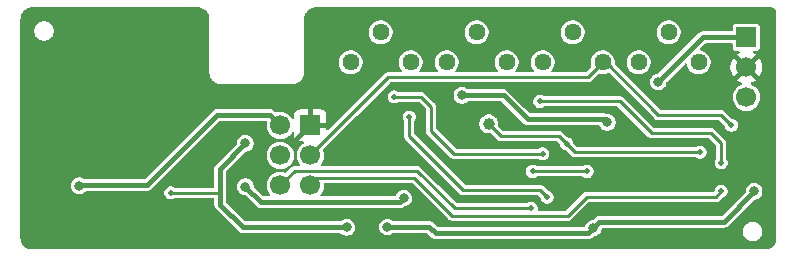
<source format=gbr>
%TF.GenerationSoftware,KiCad,Pcbnew,9.0.6-9.0.6~ubuntu24.04.1*%
%TF.CreationDate,2025-11-20T00:47:47+08:00*%
%TF.ProjectId,ksoloti-gills-cv-expander,6b736f6c-6f74-4692-9d67-696c6c732d63,v0.3*%
%TF.SameCoordinates,Original*%
%TF.FileFunction,Copper,L2,Bot*%
%TF.FilePolarity,Positive*%
%FSLAX46Y46*%
G04 Gerber Fmt 4.6, Leading zero omitted, Abs format (unit mm)*
G04 Created by KiCad (PCBNEW 9.0.6-9.0.6~ubuntu24.04.1) date 2025-11-20 00:47:47*
%MOMM*%
%LPD*%
G01*
G04 APERTURE LIST*
%TA.AperFunction,ComponentPad*%
%ADD10C,1.000000*%
%TD*%
%TA.AperFunction,ComponentPad*%
%ADD11C,1.440000*%
%TD*%
%TA.AperFunction,ComponentPad*%
%ADD12R,1.700000X1.700000*%
%TD*%
%TA.AperFunction,ComponentPad*%
%ADD13C,1.700000*%
%TD*%
%TA.AperFunction,ViaPad*%
%ADD14C,0.500000*%
%TD*%
%TA.AperFunction,ViaPad*%
%ADD15C,0.800000*%
%TD*%
%TA.AperFunction,Conductor*%
%ADD16C,0.400000*%
%TD*%
%TA.AperFunction,Conductor*%
%ADD17C,0.250000*%
%TD*%
G04 APERTURE END LIST*
D10*
%TO.P,TP1,1,1*%
%TO.N,AREF_-10*%
X15113000Y127000D03*
%TD*%
D11*
%TO.P,TR4,1,1*%
%TO.N,Net-(JP2-A)*%
X27806200Y5347200D03*
%TO.P,TR4,2,2*%
X30346200Y7887200D03*
%TO.P,TR4,3,3*%
%TO.N,Net-(U5A--)*%
X32886200Y5347200D03*
%TD*%
%TO.P,TR3,1,1*%
%TO.N,Net-(R14-Pad1)*%
X19678200Y5347200D03*
%TO.P,TR3,2,2*%
%TO.N,/CV_O2*%
X22218200Y7887200D03*
%TO.P,TR3,3,3*%
X24758200Y5347200D03*
%TD*%
D12*
%TO.P,J1,1,Pin_1*%
%TO.N,GND*%
X0Y0D03*
D13*
%TO.P,J1,2,Pin_2*%
%TO.N,+5V*%
X-2540000Y0D03*
%TO.P,J1,3,Pin_3*%
%TO.N,/CV_O2*%
X0Y-2540000D03*
%TO.P,J1,4,Pin_4*%
%TO.N,/CV_O1*%
X-2540000Y-2540000D03*
%TO.P,J1,5,Pin_5*%
%TO.N,/CV_I2*%
X0Y-5080000D03*
%TO.P,J1,6,Pin_6*%
%TO.N,/CV_I1*%
X-2540000Y-5080000D03*
%TD*%
D11*
%TO.P,TR1,1,1*%
%TO.N,Net-(R13-Pad1)*%
X3422200Y5347200D03*
%TO.P,TR1,2,2*%
%TO.N,/CV_O1*%
X5962200Y7887200D03*
%TO.P,TR1,3,3*%
X8502200Y5347200D03*
%TD*%
D12*
%TO.P,J2,1,Pin_1*%
%TO.N,-12V*%
X36920000Y7460000D03*
D13*
%TO.P,J2,2,Pin_2*%
%TO.N,GND*%
X36920000Y4920000D03*
%TO.P,J2,3,Pin_3*%
%TO.N,+12V*%
X36920000Y2380000D03*
%TD*%
D11*
%TO.P,TR2,1,1*%
%TO.N,Net-(JP1-A)*%
X11550200Y5347200D03*
%TO.P,TR2,2,2*%
X14090200Y7887200D03*
%TO.P,TR2,3,3*%
%TO.N,Net-(U5B--)*%
X16630200Y5347200D03*
%TD*%
D14*
%TO.N,GND*%
X2253000Y-9525000D03*
X-2747000Y-9525000D03*
X18074000Y9017000D03*
X-15562800Y-665000D03*
X38481000Y-2025000D03*
X-247000Y-9525000D03*
X-16832800Y-665000D03*
X-2747000Y2413000D03*
X33227000Y9017000D03*
X28702000Y9017000D03*
X1778000Y889000D03*
X38227000Y9017000D03*
X20574000Y9017000D03*
X-7747000Y-9525000D03*
X35727000Y9017000D03*
X12446000Y9017000D03*
X-15562800Y-1935000D03*
X38481000Y-4525000D03*
X4753000Y-9525000D03*
X981000Y9017000D03*
X-7747000Y2413000D03*
X23702000Y9017000D03*
D15*
X-17749000Y-6987000D03*
D14*
X-15562800Y605000D03*
X29297000Y-9525000D03*
X889000Y1778000D03*
X9946000Y9017000D03*
X3481000Y9017000D03*
D15*
X-13751800Y2284000D03*
D14*
X1778000Y2667000D03*
X9753000Y-9525000D03*
X-5247000Y-9525000D03*
X-16832800Y-1935000D03*
X7446000Y9017000D03*
X26797000Y-9525000D03*
X2667000Y1778000D03*
X-16832800Y605000D03*
X38481000Y475000D03*
X31797000Y-9525000D03*
X26202000Y9017000D03*
X-5247000Y2413000D03*
D15*
X-22860000Y-6604000D03*
D14*
X15574000Y9017000D03*
X38481000Y-7025000D03*
X34297000Y-9525000D03*
X7253000Y-9525000D03*
X1778000Y1778000D03*
D15*
%TO.N,+5V*%
X-19564800Y-5110000D03*
D14*
%TO.N,AREF_-10*%
X33020000Y-2286000D03*
X21697000Y-1544000D03*
D15*
%TO.N,-15V*%
X7906000Y-6159000D03*
X-5495000Y-5181000D03*
%TO.N,+15V*%
X-5495000Y-1526000D03*
X3078800Y-8636000D03*
D14*
X-11816000Y-5719000D03*
D15*
%TO.N,+12V*%
X6531800Y-8609000D03*
X37584000Y-5588000D03*
X23974000Y-8685000D03*
%TO.N,-12V*%
X12827000Y2540000D03*
X25146000Y254000D03*
X29457200Y3684200D03*
D14*
%TO.N,/CV_O1*%
X8391200Y724400D03*
X20059468Y-6068268D03*
%TO.N,Net-(U5B--)*%
X23437000Y-3902000D03*
X18814400Y-3902000D03*
%TO.N,/CV_O2*%
X35662000Y0D03*
%TO.N,/CV_I1*%
X18707566Y-7028300D03*
%TO.N,/CV_I2*%
X34798000Y-5588000D03*
%TO.N,Net-(R13-Pad1)*%
X7112000Y2413000D03*
X19685000Y-2413000D03*
%TO.N,Net-(R14-Pad1)*%
X19426000Y2024200D03*
X34798000Y-3175000D03*
%TD*%
D16*
%TO.N,GND*%
X0Y0D02*
X-1270000Y-1270000D01*
%TO.N,+5V*%
X-13812000Y-5029000D02*
X-7879000Y904000D01*
X-7879000Y904000D02*
X-3444000Y904000D01*
X-3444000Y904000D02*
X-2540000Y0D01*
X-19483800Y-5029000D02*
X-13812000Y-5029000D01*
X-19564800Y-5110000D02*
X-19483800Y-5029000D01*
D17*
%TO.N,AREF_-10*%
X22439000Y-2286000D02*
X33020000Y-2286000D01*
X21067400Y-914400D02*
X16154400Y-914400D01*
X16154400Y-914400D02*
X15113000Y127000D01*
X21697000Y-1544000D02*
X22439000Y-2286000D01*
X21697000Y-1544000D02*
X21067400Y-914400D01*
D16*
%TO.N,-15V*%
X-4176000Y-6500000D02*
X7565000Y-6500000D01*
X7565000Y-6500000D02*
X7906000Y-6159000D01*
X-5495000Y-5181000D02*
X-4176000Y-6500000D01*
%TO.N,+15V*%
X-7625000Y-3656000D02*
X-5495000Y-1526000D01*
X-7625000Y-6726000D02*
X-7625000Y-5719000D01*
D17*
X-7625000Y-5719000D02*
X-11816000Y-5719000D01*
D16*
X3078800Y-8636000D02*
X-5715000Y-8636000D01*
X-5715000Y-8636000D02*
X-7625000Y-6726000D01*
X-7625000Y-5719000D02*
X-7625000Y-3656000D01*
%TO.N,+12V*%
X6531800Y-8609000D02*
X10089851Y-8609000D01*
X10624851Y-9144000D02*
X23515000Y-9144000D01*
X24482000Y-8177000D02*
X23974000Y-8685000D01*
X37584000Y-5588000D02*
X34995000Y-8177000D01*
X10089851Y-8609000D02*
X10624851Y-9144000D01*
X23515000Y-9144000D02*
X23974000Y-8685000D01*
X34995000Y-8177000D02*
X24482000Y-8177000D01*
%TO.N,-12V*%
X29457200Y3684200D02*
X33233000Y7460000D01*
X16383000Y2540000D02*
X12827000Y2540000D01*
X33233000Y7460000D02*
X36920000Y7460000D01*
X18415000Y508000D02*
X16383000Y2540000D01*
X24892000Y508000D02*
X18415000Y508000D01*
X25146000Y254000D02*
X24892000Y508000D01*
D17*
%TO.N,/CV_O1*%
X8391200Y724400D02*
X8391200Y-898200D01*
X8391200Y-898200D02*
X12951400Y-5458400D01*
X12951400Y-5458400D02*
X19449600Y-5458400D01*
X19449600Y-5458400D02*
X20059468Y-6068268D01*
%TO.N,Net-(U5B--)*%
X18814400Y-3902000D02*
X23437000Y-3902000D01*
%TO.N,/CV_O2*%
X6585200Y4065200D02*
X6993800Y4065200D01*
X0Y-2520000D02*
X6585200Y4065200D01*
X25005800Y5347200D02*
X24758200Y5347200D01*
X6993800Y4065200D02*
X23476200Y4065200D01*
X35662000Y0D02*
X34773000Y889000D01*
X23476200Y4065200D02*
X24758200Y5347200D01*
X0Y-2540000D02*
X0Y-2520000D01*
X29464000Y889000D02*
X25005800Y5347200D01*
X34773000Y889000D02*
X29464000Y889000D01*
%TO.N,/CV_I1*%
X9045885Y-3831885D02*
X-1291885Y-3831885D01*
X18707566Y-7028300D02*
X12242300Y-7028300D01*
X12242300Y-7028300D02*
X9045885Y-3831885D01*
X-1291885Y-3831885D02*
X-2540000Y-5080000D01*
%TO.N,/CV_I2*%
X34318000Y-6068000D02*
X23392000Y-6068000D01*
X23392000Y-6068000D02*
X21817200Y-7642800D01*
X8818500Y-4430000D02*
X650000Y-4430000D01*
X12031300Y-7642800D02*
X8818500Y-4430000D01*
X650000Y-4430000D02*
X0Y-5080000D01*
X34798000Y-5588000D02*
X34318000Y-6068000D01*
X21817200Y-7642800D02*
X12031300Y-7642800D01*
%TO.N,Net-(R13-Pad1)*%
X10220000Y1578200D02*
X9385200Y2413000D01*
X12166716Y-2387716D02*
X10220000Y-441000D01*
X9385200Y2413000D02*
X7112000Y2413000D01*
X10220000Y-441000D02*
X10220000Y1578200D01*
X19659716Y-2387716D02*
X12166716Y-2387716D01*
X19685000Y-2413000D02*
X19659716Y-2387716D01*
%TO.N,Net-(R14-Pad1)*%
X34798000Y-3175000D02*
X34798000Y-1524000D01*
X19435000Y2033200D02*
X19426000Y2024200D01*
X33909000Y-635000D02*
X28892500Y-635000D01*
X34798000Y-1524000D02*
X33909000Y-635000D01*
X28892500Y-635000D02*
X26224300Y2033200D01*
X26224300Y2033200D02*
X19435000Y2033200D01*
%TD*%
%TA.AperFunction,Conductor*%
%TO.N,GND*%
G36*
X-9535691Y9999123D02*
G01*
X-9387086Y9986122D01*
X-9376432Y9984601D01*
X-9344939Y9978337D01*
X-9338688Y9976880D01*
X-9211479Y9942794D01*
X-9199238Y9938639D01*
X-9180258Y9930777D01*
X-9176360Y9929062D01*
X-9049894Y9870089D01*
X-9040846Y9865284D01*
X-9036662Y9862776D01*
X-9030779Y9858960D01*
X-8924175Y9784315D01*
X-8904633Y9770632D01*
X-8891413Y9759540D01*
X-8780461Y9648588D01*
X-8769369Y9635368D01*
X-8681043Y9509225D01*
X-8677226Y9503340D01*
X-8674718Y9499156D01*
X-8669907Y9490097D01*
X-8610956Y9363678D01*
X-8609224Y9359743D01*
X-8601364Y9340767D01*
X-8597203Y9328510D01*
X-8563130Y9201345D01*
X-8561659Y9195035D01*
X-8555403Y9163583D01*
X-8553878Y9152899D01*
X-8540877Y9004309D01*
X-8540500Y8995680D01*
X-8540500Y4412463D01*
X-8510103Y4240069D01*
X-8510101Y4240063D01*
X-8502396Y4218890D01*
X-8494755Y4197899D01*
X-8494755Y4197898D01*
X-8494754Y4197895D01*
X-8480288Y4158151D01*
X-8450225Y4075555D01*
X-8421788Y4026301D01*
X-8410693Y4007083D01*
X-8410692Y4007081D01*
X-8369732Y3936137D01*
X-8362692Y3923945D01*
X-8332974Y3888528D01*
X-8327846Y3882417D01*
X-8327846Y3882416D01*
X-8297015Y3845672D01*
X-8250171Y3789846D01*
X-8250163Y3789837D01*
X-8250157Y3789832D01*
X-8250156Y3789831D01*
X-8194331Y3742988D01*
X-8157580Y3712151D01*
X-8157579Y3712150D01*
X-8116060Y3677312D01*
X-8116055Y3677308D01*
X-7964445Y3589775D01*
X-7799938Y3529899D01*
X-7627532Y3499500D01*
X-7627531Y3499500D01*
X-1452469Y3499500D01*
X-1452468Y3499500D01*
X-1280062Y3529899D01*
X-1115555Y3589775D01*
X-963945Y3677308D01*
X-829837Y3789837D01*
X-717308Y3923945D01*
X-629775Y4075555D01*
X-569899Y4240062D01*
X-539500Y4412468D01*
X-539500Y4500000D01*
X-539500Y4500500D01*
X-539500Y5447714D01*
X2401700Y5447714D01*
X2401700Y5246687D01*
X2440917Y5049532D01*
X2440917Y5049530D01*
X2517842Y4863815D01*
X2517842Y4863814D01*
X2629525Y4696670D01*
X2629526Y4696669D01*
X2771669Y4554526D01*
X2938812Y4442844D01*
X3124531Y4365917D01*
X3321689Y4326700D01*
X3321690Y4326700D01*
X3522710Y4326700D01*
X3522711Y4326700D01*
X3719869Y4365917D01*
X3905588Y4442844D01*
X4072731Y4554526D01*
X4214874Y4696669D01*
X4326556Y4863812D01*
X4403483Y5049531D01*
X4442700Y5246689D01*
X4442700Y5447711D01*
X4403483Y5644869D01*
X4326557Y5830586D01*
X4326557Y5830587D01*
X4214874Y5997731D01*
X4072730Y6139875D01*
X3905585Y6251558D01*
X3719869Y6328483D01*
X3522713Y6367700D01*
X3522711Y6367700D01*
X3321689Y6367700D01*
X3321686Y6367700D01*
X3124531Y6328483D01*
X3124529Y6328483D01*
X2938814Y6251558D01*
X2938813Y6251558D01*
X2771669Y6139875D01*
X2629525Y5997731D01*
X2517842Y5830587D01*
X2517842Y5830586D01*
X2440917Y5644871D01*
X2440917Y5644869D01*
X2401700Y5447714D01*
X-539500Y5447714D01*
X-539500Y7987714D01*
X4941700Y7987714D01*
X4941700Y7786687D01*
X4947224Y7758918D01*
X4977142Y7608507D01*
X4980917Y7589532D01*
X4980917Y7589530D01*
X5057842Y7403815D01*
X5057842Y7403814D01*
X5169525Y7236670D01*
X5169526Y7236669D01*
X5311669Y7094526D01*
X5478812Y6982844D01*
X5664531Y6905917D01*
X5861689Y6866700D01*
X5861690Y6866700D01*
X6062710Y6866700D01*
X6062711Y6866700D01*
X6259869Y6905917D01*
X6445588Y6982844D01*
X6612731Y7094526D01*
X6754874Y7236669D01*
X6866556Y7403812D01*
X6943483Y7589531D01*
X6982700Y7786689D01*
X6982700Y7987711D01*
X6982699Y7987714D01*
X13069700Y7987714D01*
X13069700Y7786687D01*
X13075224Y7758918D01*
X13105142Y7608507D01*
X13108917Y7589532D01*
X13108917Y7589530D01*
X13185842Y7403815D01*
X13185842Y7403814D01*
X13297525Y7236670D01*
X13297526Y7236669D01*
X13439669Y7094526D01*
X13606812Y6982844D01*
X13792531Y6905917D01*
X13989689Y6866700D01*
X13989690Y6866700D01*
X14190710Y6866700D01*
X14190711Y6866700D01*
X14387869Y6905917D01*
X14573588Y6982844D01*
X14740731Y7094526D01*
X14882874Y7236669D01*
X14994556Y7403812D01*
X15071483Y7589531D01*
X15110700Y7786689D01*
X15110700Y7987711D01*
X15110699Y7987714D01*
X21197700Y7987714D01*
X21197700Y7786687D01*
X21203224Y7758918D01*
X21233142Y7608507D01*
X21236917Y7589532D01*
X21236917Y7589530D01*
X21313842Y7403815D01*
X21313842Y7403814D01*
X21425525Y7236670D01*
X21425526Y7236669D01*
X21567669Y7094526D01*
X21734812Y6982844D01*
X21920531Y6905917D01*
X22117689Y6866700D01*
X22117690Y6866700D01*
X22318710Y6866700D01*
X22318711Y6866700D01*
X22515869Y6905917D01*
X22701588Y6982844D01*
X22868731Y7094526D01*
X23010874Y7236669D01*
X23122556Y7403812D01*
X23199483Y7589531D01*
X23238700Y7786689D01*
X23238700Y7987711D01*
X23238699Y7987714D01*
X29325700Y7987714D01*
X29325700Y7786687D01*
X29331224Y7758918D01*
X29361142Y7608507D01*
X29364917Y7589532D01*
X29364917Y7589530D01*
X29441842Y7403815D01*
X29441842Y7403814D01*
X29553525Y7236670D01*
X29553526Y7236669D01*
X29695669Y7094526D01*
X29862812Y6982844D01*
X30048531Y6905917D01*
X30245689Y6866700D01*
X30245690Y6866700D01*
X30446710Y6866700D01*
X30446711Y6866700D01*
X30643869Y6905917D01*
X30829588Y6982844D01*
X30996731Y7094526D01*
X31138874Y7236669D01*
X31250556Y7403812D01*
X31327483Y7589531D01*
X31366700Y7786689D01*
X31366700Y7987711D01*
X31327483Y8184869D01*
X31250557Y8370586D01*
X31250557Y8370587D01*
X31138874Y8537731D01*
X30996730Y8679875D01*
X30829585Y8791558D01*
X30643869Y8868483D01*
X30446713Y8907700D01*
X30446711Y8907700D01*
X30245689Y8907700D01*
X30245686Y8907700D01*
X30048531Y8868483D01*
X30048529Y8868483D01*
X29862814Y8791558D01*
X29862813Y8791558D01*
X29695669Y8679875D01*
X29553525Y8537731D01*
X29441842Y8370587D01*
X29441842Y8370586D01*
X29364917Y8184871D01*
X29364917Y8184869D01*
X29325700Y7987714D01*
X23238699Y7987714D01*
X23199483Y8184869D01*
X23122557Y8370586D01*
X23122557Y8370587D01*
X23010874Y8537731D01*
X22868730Y8679875D01*
X22701585Y8791558D01*
X22515869Y8868483D01*
X22318713Y8907700D01*
X22318711Y8907700D01*
X22117689Y8907700D01*
X22117686Y8907700D01*
X21920531Y8868483D01*
X21920529Y8868483D01*
X21734814Y8791558D01*
X21734813Y8791558D01*
X21567669Y8679875D01*
X21425525Y8537731D01*
X21313842Y8370587D01*
X21313842Y8370586D01*
X21236917Y8184871D01*
X21236917Y8184869D01*
X21197700Y7987714D01*
X15110699Y7987714D01*
X15071483Y8184869D01*
X14994557Y8370586D01*
X14994557Y8370587D01*
X14882874Y8537731D01*
X14740730Y8679875D01*
X14573585Y8791558D01*
X14387869Y8868483D01*
X14190713Y8907700D01*
X14190711Y8907700D01*
X13989689Y8907700D01*
X13989686Y8907700D01*
X13792531Y8868483D01*
X13792529Y8868483D01*
X13606814Y8791558D01*
X13606813Y8791558D01*
X13439669Y8679875D01*
X13297525Y8537731D01*
X13185842Y8370587D01*
X13185842Y8370586D01*
X13108917Y8184871D01*
X13108917Y8184869D01*
X13069700Y7987714D01*
X6982699Y7987714D01*
X6943483Y8184869D01*
X6866557Y8370586D01*
X6866557Y8370587D01*
X6754874Y8537731D01*
X6612730Y8679875D01*
X6445585Y8791558D01*
X6259869Y8868483D01*
X6062713Y8907700D01*
X6062711Y8907700D01*
X5861689Y8907700D01*
X5861686Y8907700D01*
X5664531Y8868483D01*
X5664529Y8868483D01*
X5478814Y8791558D01*
X5478813Y8791558D01*
X5311669Y8679875D01*
X5169525Y8537731D01*
X5057842Y8370587D01*
X5057842Y8370586D01*
X4980917Y8184871D01*
X4980917Y8184869D01*
X4941700Y7987714D01*
X-539500Y7987714D01*
X-539500Y8995682D01*
X-539123Y9004310D01*
X-531842Y9087532D01*
X-526121Y9152922D01*
X-524602Y9163563D01*
X-518334Y9195075D01*
X-516883Y9201300D01*
X-482792Y9328532D01*
X-478644Y9340749D01*
X-470754Y9359797D01*
X-469085Y9363592D01*
X-410082Y9490124D01*
X-405294Y9499138D01*
X-402762Y9503362D01*
X-398978Y9509197D01*
X-310627Y9635375D01*
X-299546Y9648582D01*
X-188582Y9759546D01*
X-175375Y9770627D01*
X-49197Y9858978D01*
X-43362Y9862762D01*
X-39138Y9865294D01*
X-30124Y9870082D01*
X96408Y9929085D01*
X100203Y9930754D01*
X119251Y9938644D01*
X131468Y9942792D01*
X258700Y9976883D01*
X264925Y9978334D01*
X296436Y9984602D01*
X307080Y9986121D01*
X455691Y9999123D01*
X464319Y9999500D01*
X38954444Y9999500D01*
X38965512Y9998879D01*
X39055199Y9988774D01*
X39069707Y9986028D01*
X39083855Y9982237D01*
X39090922Y9980058D01*
X39150156Y9959331D01*
X39161241Y9954678D01*
X39194279Y9938386D01*
X39203166Y9933420D01*
X39241963Y9909042D01*
X39244291Y9907533D01*
X39257680Y9898587D01*
X39267956Y9890703D01*
X39292335Y9869323D01*
X39297063Y9864895D01*
X39324893Y9837065D01*
X39329322Y9832336D01*
X39350705Y9807953D01*
X39358585Y9797683D01*
X39367518Y9784315D01*
X39369031Y9781980D01*
X39393419Y9743166D01*
X39398384Y9734281D01*
X39414676Y9701243D01*
X39419330Y9690155D01*
X39440054Y9630928D01*
X39442235Y9623855D01*
X39446024Y9609715D01*
X39448775Y9595177D01*
X39458877Y9505530D01*
X39459500Y9494444D01*
X39459500Y-9495679D01*
X39459123Y-9504308D01*
X39446122Y-9652897D01*
X39444597Y-9663581D01*
X39438341Y-9695033D01*
X39436870Y-9701343D01*
X39402797Y-9828508D01*
X39398632Y-9840776D01*
X39390778Y-9859734D01*
X39389040Y-9863682D01*
X39330093Y-9990094D01*
X39325282Y-9999154D01*
X39322774Y-10003338D01*
X39318957Y-10009223D01*
X39230631Y-10135367D01*
X39219539Y-10148587D01*
X39108587Y-10259539D01*
X39095367Y-10270631D01*
X38969223Y-10358957D01*
X38963338Y-10362774D01*
X38959154Y-10365282D01*
X38950094Y-10370093D01*
X38823682Y-10429040D01*
X38819734Y-10430778D01*
X38800776Y-10438632D01*
X38788508Y-10442797D01*
X38661343Y-10476870D01*
X38655033Y-10478341D01*
X38623581Y-10484597D01*
X38612897Y-10486122D01*
X38464309Y-10499123D01*
X38455680Y-10499500D01*
X-23535680Y-10499500D01*
X-23544309Y-10499123D01*
X-23692899Y-10486122D01*
X-23703583Y-10484597D01*
X-23735035Y-10478341D01*
X-23741345Y-10476870D01*
X-23868510Y-10442797D01*
X-23880767Y-10438636D01*
X-23899743Y-10430776D01*
X-23903678Y-10429044D01*
X-23903687Y-10429040D01*
X-23944035Y-10410225D01*
X-24030097Y-10370093D01*
X-24039156Y-10365282D01*
X-24043340Y-10362774D01*
X-24049225Y-10358957D01*
X-24175368Y-10270631D01*
X-24188588Y-10259539D01*
X-24299540Y-10148587D01*
X-24310632Y-10135367D01*
X-24398959Y-10009223D01*
X-24402776Y-10003338D01*
X-24405284Y-9999154D01*
X-24410089Y-9990106D01*
X-24469062Y-9863640D01*
X-24470784Y-9859725D01*
X-24478637Y-9840766D01*
X-24482794Y-9828521D01*
X-24516880Y-9701312D01*
X-24518337Y-9695061D01*
X-24524601Y-9663568D01*
X-24526122Y-9652914D01*
X-24539123Y-9504308D01*
X-24539500Y-9495681D01*
X-24539500Y-5041004D01*
X-20265300Y-5041004D01*
X-20265300Y-5178995D01*
X-20238380Y-5314327D01*
X-20238380Y-5314329D01*
X-20185578Y-5441806D01*
X-20185572Y-5441817D01*
X-20108915Y-5556541D01*
X-20011342Y-5654114D01*
X-19896618Y-5730771D01*
X-19896607Y-5730777D01*
X-19849517Y-5750282D01*
X-19769128Y-5783580D01*
X-19633793Y-5810500D01*
X-19633792Y-5810500D01*
X-19495808Y-5810500D01*
X-19495807Y-5810500D01*
X-19360472Y-5783580D01*
X-19232989Y-5730775D01*
X-19118258Y-5654114D01*
X-19110669Y-5646525D01*
X-12366500Y-5646525D01*
X-12366500Y-5791475D01*
X-12341436Y-5885013D01*
X-12328983Y-5931489D01*
X-12256513Y-6057010D01*
X-12256511Y-6057012D01*
X-12256509Y-6057015D01*
X-12154015Y-6159509D01*
X-12154013Y-6159510D01*
X-12154011Y-6159512D01*
X-12028489Y-6231982D01*
X-12028488Y-6231982D01*
X-12028485Y-6231984D01*
X-11888475Y-6269500D01*
X-11888474Y-6269500D01*
X-11743526Y-6269500D01*
X-11743525Y-6269500D01*
X-11603515Y-6231984D01*
X-11603513Y-6231982D01*
X-11603511Y-6231982D01*
X-11474961Y-6157764D01*
X-11425461Y-6144500D01*
X-8224500Y-6144500D01*
X-8166309Y-6163407D01*
X-8130345Y-6212907D01*
X-8125500Y-6243500D01*
X-8125500Y-6660108D01*
X-8125500Y-6791892D01*
X-8107058Y-6860719D01*
X-8091391Y-6919190D01*
X-8025504Y-7033309D01*
X-8025502Y-7033311D01*
X-8025500Y-7033314D01*
X-6022314Y-9036500D01*
X-6022312Y-9036501D01*
X-6022310Y-9036503D01*
X-5908190Y-9102390D01*
X-5908192Y-9102390D01*
X-5908188Y-9102391D01*
X-5908186Y-9102392D01*
X-5780892Y-9136500D01*
X-5649107Y-9136500D01*
X2547636Y-9136500D01*
X2605827Y-9155407D01*
X2617640Y-9165496D01*
X2632258Y-9180114D01*
X2746982Y-9256771D01*
X2746993Y-9256777D01*
X2794083Y-9276282D01*
X2874472Y-9309580D01*
X3009807Y-9336500D01*
X3009808Y-9336500D01*
X3147792Y-9336500D01*
X3147793Y-9336500D01*
X3283128Y-9309580D01*
X3410611Y-9256775D01*
X3525342Y-9180114D01*
X3622914Y-9082542D01*
X3699575Y-8967811D01*
X3752380Y-8840328D01*
X3779300Y-8704993D01*
X3779300Y-8567007D01*
X3778665Y-8563814D01*
X3776804Y-8554456D01*
X3773929Y-8540004D01*
X5831300Y-8540004D01*
X5831300Y-8677995D01*
X5858220Y-8813327D01*
X5858220Y-8813329D01*
X5911022Y-8940806D01*
X5911028Y-8940817D01*
X5987685Y-9055541D01*
X6085258Y-9153114D01*
X6199982Y-9229771D01*
X6199993Y-9229777D01*
X6247083Y-9249282D01*
X6327472Y-9282580D01*
X6462807Y-9309500D01*
X6462808Y-9309500D01*
X6600792Y-9309500D01*
X6600793Y-9309500D01*
X6736128Y-9282580D01*
X6863611Y-9229775D01*
X6978342Y-9153114D01*
X6992960Y-9138496D01*
X7047477Y-9110719D01*
X7062964Y-9109500D01*
X9841530Y-9109500D01*
X9899721Y-9128407D01*
X9911533Y-9138496D01*
X10220888Y-9447850D01*
X10220893Y-9447856D01*
X10220894Y-9447856D01*
X10224349Y-9451311D01*
X10224351Y-9451314D01*
X10317537Y-9544500D01*
X10317539Y-9544501D01*
X10317541Y-9544503D01*
X10431661Y-9610390D01*
X10431659Y-9610390D01*
X10431663Y-9610391D01*
X10431665Y-9610392D01*
X10558958Y-9644500D01*
X10558959Y-9644500D01*
X10558960Y-9644500D01*
X23580890Y-9644500D01*
X23580892Y-9644500D01*
X23708186Y-9610392D01*
X23708188Y-9610390D01*
X23708190Y-9610390D01*
X23822309Y-9544503D01*
X23822309Y-9544502D01*
X23822314Y-9544500D01*
X23918964Y-9447850D01*
X23952319Y-9414496D01*
X24006835Y-9386719D01*
X24022322Y-9385500D01*
X24042992Y-9385500D01*
X24042993Y-9385500D01*
X24178328Y-9358580D01*
X24305811Y-9305775D01*
X24420542Y-9229114D01*
X24518114Y-9131542D01*
X24594775Y-9016811D01*
X24635458Y-8918594D01*
X36633500Y-8918594D01*
X36633500Y-9081405D01*
X36647763Y-9153110D01*
X36663013Y-9229777D01*
X36665262Y-9241080D01*
X36665262Y-9241082D01*
X36727563Y-9391492D01*
X36727563Y-9391493D01*
X36818015Y-9526862D01*
X36818016Y-9526863D01*
X36933137Y-9641984D01*
X37068505Y-9732435D01*
X37218919Y-9794738D01*
X37378597Y-9826500D01*
X37378598Y-9826500D01*
X37541402Y-9826500D01*
X37541403Y-9826500D01*
X37701081Y-9794738D01*
X37851495Y-9732435D01*
X37986863Y-9641984D01*
X38101984Y-9526863D01*
X38192435Y-9391495D01*
X38254738Y-9241081D01*
X38286500Y-9081403D01*
X38286500Y-8918597D01*
X38254738Y-8758919D01*
X38196036Y-8617198D01*
X38192436Y-8608507D01*
X38192436Y-8608506D01*
X38101984Y-8473137D01*
X37986862Y-8358015D01*
X37851492Y-8267563D01*
X37701081Y-8205262D01*
X37541405Y-8173500D01*
X37541403Y-8173500D01*
X37378597Y-8173500D01*
X37378594Y-8173500D01*
X37218919Y-8205262D01*
X37218917Y-8205262D01*
X37068507Y-8267563D01*
X37068506Y-8267563D01*
X36933137Y-8358015D01*
X36818015Y-8473137D01*
X36727563Y-8608506D01*
X36727563Y-8608507D01*
X36665262Y-8758917D01*
X36665262Y-8758919D01*
X36633500Y-8918594D01*
X24635458Y-8918594D01*
X24647580Y-8889328D01*
X24673521Y-8758917D01*
X24673870Y-8757163D01*
X24688675Y-8730740D01*
X24703762Y-8703802D01*
X24703772Y-8703797D01*
X24703779Y-8703786D01*
X24733410Y-8690134D01*
X24759327Y-8678186D01*
X24759345Y-8678184D01*
X24759350Y-8678183D01*
X24759356Y-8678184D01*
X24770963Y-8677500D01*
X35060890Y-8677500D01*
X35060892Y-8677500D01*
X35188186Y-8643392D01*
X35188188Y-8643390D01*
X35188190Y-8643390D01*
X35302309Y-8577503D01*
X35302309Y-8577502D01*
X35302314Y-8577500D01*
X37562318Y-6317496D01*
X37616835Y-6289719D01*
X37632322Y-6288500D01*
X37652992Y-6288500D01*
X37652993Y-6288500D01*
X37788328Y-6261580D01*
X37915811Y-6208775D01*
X38030542Y-6132114D01*
X38128114Y-6034542D01*
X38204775Y-5919811D01*
X38257580Y-5792328D01*
X38284500Y-5656993D01*
X38284500Y-5519007D01*
X38257580Y-5383672D01*
X38228857Y-5314328D01*
X38204777Y-5256193D01*
X38204771Y-5256182D01*
X38128114Y-5141458D01*
X38030541Y-5043885D01*
X37915817Y-4967228D01*
X37915806Y-4967222D01*
X37788328Y-4914420D01*
X37652995Y-4887500D01*
X37652993Y-4887500D01*
X37515007Y-4887500D01*
X37515004Y-4887500D01*
X37379672Y-4914420D01*
X37379670Y-4914420D01*
X37252193Y-4967222D01*
X37252182Y-4967228D01*
X37137458Y-5043885D01*
X37039885Y-5141458D01*
X36963228Y-5256182D01*
X36963222Y-5256193D01*
X36910420Y-5383670D01*
X36910420Y-5383672D01*
X36883500Y-5519004D01*
X36883500Y-5539678D01*
X36864593Y-5597869D01*
X36854504Y-5609682D01*
X34816682Y-7647504D01*
X34762165Y-7675281D01*
X34746678Y-7676500D01*
X24547892Y-7676500D01*
X24416107Y-7676500D01*
X24332815Y-7698818D01*
X24332814Y-7698817D01*
X24288814Y-7710607D01*
X24288810Y-7710609D01*
X24174690Y-7776496D01*
X24174684Y-7776500D01*
X24174685Y-7776501D01*
X23995682Y-7955504D01*
X23941165Y-7983281D01*
X23925678Y-7984500D01*
X23905004Y-7984500D01*
X23769672Y-8011420D01*
X23769670Y-8011420D01*
X23642193Y-8064222D01*
X23642182Y-8064228D01*
X23527458Y-8140885D01*
X23429885Y-8238458D01*
X23353228Y-8353182D01*
X23353222Y-8353193D01*
X23300420Y-8480670D01*
X23300420Y-8480672D01*
X23288618Y-8540007D01*
X23283882Y-8563814D01*
X23253985Y-8617198D01*
X23198420Y-8642814D01*
X23186784Y-8643500D01*
X10873171Y-8643500D01*
X10814980Y-8624593D01*
X10803167Y-8614503D01*
X10397165Y-8208500D01*
X10397160Y-8208496D01*
X10283040Y-8142609D01*
X10283042Y-8142609D01*
X10233650Y-8129375D01*
X10155743Y-8108500D01*
X10155741Y-8108500D01*
X7062964Y-8108500D01*
X7004773Y-8089593D01*
X6992960Y-8079504D01*
X6978341Y-8064885D01*
X6863617Y-7988228D01*
X6863606Y-7988222D01*
X6736128Y-7935420D01*
X6600795Y-7908500D01*
X6600793Y-7908500D01*
X6462807Y-7908500D01*
X6462804Y-7908500D01*
X6327472Y-7935420D01*
X6327470Y-7935420D01*
X6199993Y-7988222D01*
X6199982Y-7988228D01*
X6085258Y-8064885D01*
X5987685Y-8162458D01*
X5911028Y-8277182D01*
X5911022Y-8277193D01*
X5858220Y-8404670D01*
X5858220Y-8404672D01*
X5831300Y-8540004D01*
X3773929Y-8540004D01*
X3767964Y-8510018D01*
X3752380Y-8431672D01*
X3721871Y-8358016D01*
X3699577Y-8304193D01*
X3699571Y-8304182D01*
X3622914Y-8189458D01*
X3525341Y-8091885D01*
X3410617Y-8015228D01*
X3410606Y-8015222D01*
X3283128Y-7962420D01*
X3147795Y-7935500D01*
X3147793Y-7935500D01*
X3009807Y-7935500D01*
X3009804Y-7935500D01*
X2874472Y-7962420D01*
X2874470Y-7962420D01*
X2746993Y-8015222D01*
X2746982Y-8015228D01*
X2632258Y-8091885D01*
X2632254Y-8091889D01*
X2617640Y-8106504D01*
X2563123Y-8134281D01*
X2547636Y-8135500D01*
X-5466678Y-8135500D01*
X-5524869Y-8116593D01*
X-5536682Y-8106504D01*
X-7095504Y-6547682D01*
X-7123281Y-6493165D01*
X-7124500Y-6477678D01*
X-7124500Y-3904322D01*
X-7105593Y-3846131D01*
X-7095504Y-3834318D01*
X-5710636Y-2449450D01*
X-3690500Y-2449450D01*
X-3690500Y-2630549D01*
X-3662172Y-2809406D01*
X-3612427Y-2962510D01*
X-3606211Y-2981639D01*
X-3523996Y-3142994D01*
X-3417553Y-3289501D01*
X-3289501Y-3417553D01*
X-3142994Y-3523996D01*
X-2981639Y-3606211D01*
X-2809409Y-3662171D01*
X-2737864Y-3673502D01*
X-2630549Y-3690500D01*
X-2630546Y-3690500D01*
X-2449451Y-3690500D01*
X-2360023Y-3676335D01*
X-2270591Y-3662171D01*
X-2098361Y-3606211D01*
X-1937006Y-3523996D01*
X-1790499Y-3417553D01*
X-1662447Y-3289501D01*
X-1556004Y-3142994D01*
X-1473789Y-2981639D01*
X-1417829Y-2809409D01*
X-1396424Y-2674263D01*
X-1389500Y-2630549D01*
X-1389500Y-2449450D01*
X-1408386Y-2330212D01*
X-1417829Y-2270591D01*
X-1473789Y-2098361D01*
X-1556004Y-1937006D01*
X-1662447Y-1790499D01*
X-1790499Y-1662447D01*
X-1937006Y-1556004D01*
X-1937007Y-1556003D01*
X-1937009Y-1556002D01*
X-2098363Y-1473788D01*
X-2270594Y-1417828D01*
X-2449451Y-1389500D01*
X-2449454Y-1389500D01*
X-2630546Y-1389500D01*
X-2630549Y-1389500D01*
X-2809407Y-1417828D01*
X-2981638Y-1473788D01*
X-3142992Y-1556002D01*
X-3160498Y-1568721D01*
X-3289501Y-1662447D01*
X-3417553Y-1790499D01*
X-3454675Y-1841593D01*
X-3523998Y-1937008D01*
X-3606212Y-2098362D01*
X-3662172Y-2270593D01*
X-3690500Y-2449450D01*
X-5710636Y-2449450D01*
X-5516682Y-2255496D01*
X-5462165Y-2227719D01*
X-5446678Y-2226500D01*
X-5426008Y-2226500D01*
X-5426007Y-2226500D01*
X-5290672Y-2199580D01*
X-5163189Y-2146775D01*
X-5048458Y-2070114D01*
X-4950886Y-1972542D01*
X-4874225Y-1857811D01*
X-4821420Y-1730328D01*
X-4794500Y-1594993D01*
X-4794500Y-1457007D01*
X-4821420Y-1321672D01*
X-4845832Y-1262737D01*
X-4874223Y-1194193D01*
X-4874229Y-1194182D01*
X-4950886Y-1079458D01*
X-5048459Y-981885D01*
X-5163183Y-905228D01*
X-5163194Y-905222D01*
X-5290672Y-852420D01*
X-5426005Y-825500D01*
X-5426007Y-825500D01*
X-5563993Y-825500D01*
X-5563996Y-825500D01*
X-5699328Y-852420D01*
X-5699330Y-852420D01*
X-5826807Y-905222D01*
X-5826818Y-905228D01*
X-5941542Y-981885D01*
X-6039115Y-1079458D01*
X-6115772Y-1194182D01*
X-6115778Y-1194193D01*
X-6168580Y-1321670D01*
X-6168580Y-1321672D01*
X-6195500Y-1457004D01*
X-6195500Y-1477678D01*
X-6214407Y-1535869D01*
X-6224496Y-1547682D01*
X-7932314Y-3255500D01*
X-7932315Y-3255499D01*
X-8025500Y-3348685D01*
X-8025504Y-3348690D01*
X-8091391Y-3462809D01*
X-8091392Y-3462814D01*
X-8118501Y-3563989D01*
X-8125500Y-3590109D01*
X-8125500Y-5194500D01*
X-8144407Y-5252691D01*
X-8193907Y-5288655D01*
X-8224500Y-5293500D01*
X-11425461Y-5293500D01*
X-11474961Y-5280236D01*
X-11603512Y-5206017D01*
X-11603511Y-5206017D01*
X-11704358Y-5178995D01*
X-11743525Y-5168500D01*
X-11888475Y-5168500D01*
X-11907829Y-5173686D01*
X-12028490Y-5206017D01*
X-12154011Y-5278487D01*
X-12256513Y-5380989D01*
X-12328983Y-5506510D01*
X-12366500Y-5646525D01*
X-19110669Y-5646525D01*
X-19022640Y-5558496D01*
X-18968123Y-5530719D01*
X-18952636Y-5529500D01*
X-13746110Y-5529500D01*
X-13746108Y-5529500D01*
X-13618814Y-5495392D01*
X-13618812Y-5495390D01*
X-13618810Y-5495390D01*
X-13504691Y-5429503D01*
X-13504691Y-5429502D01*
X-13504686Y-5429500D01*
X-7700682Y374504D01*
X-7646165Y402281D01*
X-7630678Y403500D01*
X-3754864Y403500D01*
X-3696673Y384593D01*
X-3660709Y335093D01*
X-3660709Y273909D01*
X-3661335Y271984D01*
X-3662173Y269405D01*
X-3690500Y90550D01*
X-3690500Y-90549D01*
X-3662172Y-269406D01*
X-3606212Y-441637D01*
X-3523999Y-602990D01*
X-3523996Y-602994D01*
X-3417553Y-749501D01*
X-3289501Y-877553D01*
X-3142994Y-983996D01*
X-2981639Y-1066211D01*
X-2809409Y-1122171D01*
X-2737864Y-1133502D01*
X-2630549Y-1150500D01*
X-2630546Y-1150500D01*
X-2449451Y-1150500D01*
X-2360023Y-1136335D01*
X-2270591Y-1122171D01*
X-2098361Y-1066211D01*
X-1937006Y-983996D01*
X-1790499Y-877553D01*
X-1662447Y-749501D01*
X-1556004Y-602994D01*
X-1537210Y-566109D01*
X-1493946Y-522844D01*
X-1433514Y-513272D01*
X-1378997Y-541049D01*
X-1351219Y-595565D01*
X-1350000Y-611053D01*
X-1350000Y-897824D01*
X-1350001Y-897824D01*
X-1343599Y-957370D01*
X-1343597Y-957381D01*
X-1293354Y-1092088D01*
X-1293353Y-1092090D01*
X-1207193Y-1207184D01*
X-1207185Y-1207192D01*
X-1092091Y-1293352D01*
X-1092089Y-1293353D01*
X-957382Y-1343596D01*
X-957371Y-1343598D01*
X-897824Y-1350000D01*
X-611054Y-1350000D01*
X-552863Y-1368907D01*
X-516899Y-1418407D01*
X-516899Y-1479593D01*
X-552863Y-1529093D01*
X-566109Y-1537210D01*
X-602992Y-1556002D01*
X-620498Y-1568721D01*
X-749501Y-1662447D01*
X-877553Y-1790499D01*
X-914675Y-1841593D01*
X-983998Y-1937008D01*
X-1066212Y-2098362D01*
X-1122172Y-2270593D01*
X-1150500Y-2449450D01*
X-1150500Y-2630549D01*
X-1122172Y-2809406D01*
X-1072427Y-2962510D01*
X-1066211Y-2981639D01*
X-983996Y-3142994D01*
X-906837Y-3249195D01*
X-887930Y-3307385D01*
X-906837Y-3365576D01*
X-956337Y-3401540D01*
X-986930Y-3406385D01*
X-1235867Y-3406385D01*
X-1347904Y-3406385D01*
X-1389583Y-3417553D01*
X-1456127Y-3435383D01*
X-1553148Y-3491399D01*
X-2038238Y-3976487D01*
X-2092754Y-4004264D01*
X-2138833Y-4000638D01*
X-2270594Y-3957828D01*
X-2449451Y-3929500D01*
X-2449454Y-3929500D01*
X-2630546Y-3929500D01*
X-2630549Y-3929500D01*
X-2809407Y-3957828D01*
X-2981638Y-4013788D01*
X-3142992Y-4096002D01*
X-3168437Y-4114489D01*
X-3289501Y-4202447D01*
X-3417553Y-4330499D01*
X-3458587Y-4386978D01*
X-3523998Y-4477008D01*
X-3606212Y-4638362D01*
X-3662172Y-4810593D01*
X-3690500Y-4989450D01*
X-3690500Y-5170549D01*
X-3662172Y-5349406D01*
X-3606212Y-5521637D01*
X-3537244Y-5656995D01*
X-3523996Y-5682994D01*
X-3417553Y-5829501D01*
X-3416556Y-5830498D01*
X-3416342Y-5830918D01*
X-3415022Y-5832464D01*
X-3415393Y-5832780D01*
X-3388780Y-5885013D01*
X-3398351Y-5945445D01*
X-3441616Y-5988710D01*
X-3486561Y-5999500D01*
X-3927678Y-5999500D01*
X-3985869Y-5980593D01*
X-3997682Y-5970504D01*
X-4765504Y-5202682D01*
X-4793281Y-5148165D01*
X-4794500Y-5132678D01*
X-4794500Y-5112008D01*
X-4794501Y-5112004D01*
X-4801858Y-5075017D01*
X-4821420Y-4976672D01*
X-4839022Y-4934177D01*
X-4874223Y-4849193D01*
X-4874229Y-4849182D01*
X-4950886Y-4734458D01*
X-5048459Y-4636885D01*
X-5163183Y-4560228D01*
X-5163194Y-4560222D01*
X-5290672Y-4507420D01*
X-5426005Y-4480500D01*
X-5426007Y-4480500D01*
X-5563993Y-4480500D01*
X-5563996Y-4480500D01*
X-5699328Y-4507420D01*
X-5699330Y-4507420D01*
X-5826807Y-4560222D01*
X-5826818Y-4560228D01*
X-5941542Y-4636885D01*
X-6039115Y-4734458D01*
X-6115772Y-4849182D01*
X-6115778Y-4849193D01*
X-6168580Y-4976670D01*
X-6168580Y-4976672D01*
X-6195500Y-5112004D01*
X-6195500Y-5249995D01*
X-6168580Y-5385327D01*
X-6168580Y-5385329D01*
X-6115778Y-5512806D01*
X-6115772Y-5512817D01*
X-6039115Y-5627541D01*
X-5941542Y-5725114D01*
X-5826818Y-5801771D01*
X-5826807Y-5801777D01*
X-5805747Y-5810500D01*
X-5699328Y-5854580D01*
X-5563993Y-5881500D01*
X-5543322Y-5881500D01*
X-5485131Y-5900407D01*
X-5473318Y-5910496D01*
X-4483314Y-6900500D01*
X-4483312Y-6900501D01*
X-4483311Y-6900502D01*
X-4483310Y-6900503D01*
X-4369190Y-6966390D01*
X-4369192Y-6966390D01*
X-4369188Y-6966391D01*
X-4369186Y-6966392D01*
X-4241892Y-7000500D01*
X-4241890Y-7000500D01*
X7630890Y-7000500D01*
X7630892Y-7000500D01*
X7758186Y-6966392D01*
X7758188Y-6966390D01*
X7758190Y-6966390D01*
X7872309Y-6900503D01*
X7872309Y-6900502D01*
X7872314Y-6900500D01*
X7884319Y-6888494D01*
X7938834Y-6860719D01*
X7954321Y-6859500D01*
X7974992Y-6859500D01*
X7974993Y-6859500D01*
X8110328Y-6832580D01*
X8237811Y-6779775D01*
X8352542Y-6703114D01*
X8450114Y-6605542D01*
X8526775Y-6490811D01*
X8579580Y-6363328D01*
X8606500Y-6227993D01*
X8606500Y-6090007D01*
X8579580Y-5954672D01*
X8557103Y-5900407D01*
X8526777Y-5827193D01*
X8526771Y-5827182D01*
X8450114Y-5712458D01*
X8352541Y-5614885D01*
X8237817Y-5538228D01*
X8237806Y-5538222D01*
X8110328Y-5485420D01*
X7974995Y-5458500D01*
X7974993Y-5458500D01*
X7837007Y-5458500D01*
X7837004Y-5458500D01*
X7701672Y-5485420D01*
X7701670Y-5485420D01*
X7574193Y-5538222D01*
X7574182Y-5538228D01*
X7459458Y-5614885D01*
X7361885Y-5712458D01*
X7285228Y-5827182D01*
X7285222Y-5827193D01*
X7239166Y-5938385D01*
X7199430Y-5984911D01*
X7147702Y-5999500D01*
X946561Y-5999500D01*
X888370Y-5980593D01*
X852406Y-5931093D01*
X852406Y-5869907D01*
X875237Y-5832648D01*
X875022Y-5832464D01*
X876187Y-5831099D01*
X876555Y-5830498D01*
X877553Y-5829501D01*
X983996Y-5682994D01*
X1066211Y-5521639D01*
X1122171Y-5349409D01*
X1149162Y-5178995D01*
X1150500Y-5170549D01*
X1150500Y-4989452D01*
X1147417Y-4969988D01*
X1156988Y-4909556D01*
X1200252Y-4866291D01*
X1245198Y-4855500D01*
X8601244Y-4855500D01*
X8659435Y-4874407D01*
X8671248Y-4884496D01*
X11690813Y-7904060D01*
X11690815Y-7904063D01*
X11770037Y-7983285D01*
X11825359Y-8015225D01*
X11867063Y-8039303D01*
X11975281Y-8068300D01*
X11975282Y-8068300D01*
X11975283Y-8068300D01*
X21873216Y-8068300D01*
X21873218Y-8068300D01*
X21981437Y-8039303D01*
X21981439Y-8039301D01*
X21981441Y-8039301D01*
X22023141Y-8015225D01*
X22078463Y-7983285D01*
X23539252Y-6522496D01*
X23593769Y-6494719D01*
X23609256Y-6493500D01*
X34374016Y-6493500D01*
X34374018Y-6493500D01*
X34482237Y-6464503D01*
X34482239Y-6464501D01*
X34482241Y-6464501D01*
X34511064Y-6447859D01*
X34579263Y-6408485D01*
X34822723Y-6165024D01*
X34867102Y-6139403D01*
X34870472Y-6138500D01*
X34870475Y-6138500D01*
X35010485Y-6100984D01*
X35010487Y-6100982D01*
X35010489Y-6100982D01*
X35136010Y-6028512D01*
X35136010Y-6028511D01*
X35136015Y-6028509D01*
X35238509Y-5926015D01*
X35238512Y-5926010D01*
X35310982Y-5800489D01*
X35310982Y-5800487D01*
X35310984Y-5800485D01*
X35348500Y-5660475D01*
X35348500Y-5515525D01*
X35310984Y-5375515D01*
X35310982Y-5375511D01*
X35310982Y-5375510D01*
X35238512Y-5249989D01*
X35238510Y-5249987D01*
X35238509Y-5249985D01*
X35136015Y-5147491D01*
X35136012Y-5147489D01*
X35136010Y-5147487D01*
X35010488Y-5075017D01*
X35010489Y-5075017D01*
X34980896Y-5067087D01*
X34870475Y-5037500D01*
X34725525Y-5037500D01*
X34663790Y-5054041D01*
X34585510Y-5075017D01*
X34459989Y-5147487D01*
X34357487Y-5249989D01*
X34285017Y-5375511D01*
X34285015Y-5375515D01*
X34246595Y-5518898D01*
X34220973Y-5563277D01*
X34170748Y-5613503D01*
X34116232Y-5641281D01*
X34100744Y-5642500D01*
X23448019Y-5642500D01*
X23335982Y-5642500D01*
X23281893Y-5656993D01*
X23227758Y-5671498D01*
X23130739Y-5727513D01*
X21669948Y-7188304D01*
X21615431Y-7216081D01*
X21599944Y-7217300D01*
X19355613Y-7217300D01*
X19297422Y-7198393D01*
X19261458Y-7148893D01*
X19257460Y-7105377D01*
X19258066Y-7100774D01*
X19258066Y-6955825D01*
X19220550Y-6815815D01*
X19220548Y-6815812D01*
X19220548Y-6815810D01*
X19148078Y-6690289D01*
X19148076Y-6690287D01*
X19148075Y-6690285D01*
X19045581Y-6587791D01*
X19045578Y-6587789D01*
X19045576Y-6587787D01*
X18920054Y-6515317D01*
X18920055Y-6515317D01*
X18890462Y-6507387D01*
X18780041Y-6477800D01*
X18635091Y-6477800D01*
X18573356Y-6494341D01*
X18495076Y-6515317D01*
X18366527Y-6589536D01*
X18317027Y-6602800D01*
X12459556Y-6602800D01*
X12401365Y-6583893D01*
X12389552Y-6573804D01*
X10848648Y-5032900D01*
X9307148Y-3491400D01*
X9307145Y-3491398D01*
X9210125Y-3435383D01*
X9210127Y-3435383D01*
X9168136Y-3424132D01*
X9101903Y-3406385D01*
X9101901Y-3406385D01*
X986930Y-3406385D01*
X928739Y-3387478D01*
X892775Y-3337978D01*
X892775Y-3276792D01*
X906835Y-3249196D01*
X983996Y-3142994D01*
X1066211Y-2981639D01*
X1122171Y-2809409D01*
X1143576Y-2674263D01*
X1150500Y-2630549D01*
X1150500Y-2449450D01*
X1122172Y-2270595D01*
X1107845Y-2226500D01*
X1074455Y-2123733D01*
X1074455Y-2062551D01*
X1098604Y-2023142D01*
X3918622Y796875D01*
X7840700Y796875D01*
X7840700Y651925D01*
X7860769Y577027D01*
X7878217Y511911D01*
X7952436Y383362D01*
X7965700Y333862D01*
X7965700Y-842182D01*
X7965700Y-954218D01*
X7975983Y-992595D01*
X7994698Y-1062441D01*
X8029184Y-1122171D01*
X8050715Y-1159463D01*
X12610915Y-5719663D01*
X12610914Y-5719663D01*
X12690137Y-5798885D01*
X12787159Y-5854901D01*
X12787157Y-5854901D01*
X12787161Y-5854902D01*
X12787163Y-5854903D01*
X12895382Y-5883900D01*
X19232344Y-5883900D01*
X19290535Y-5902807D01*
X19302348Y-5912896D01*
X19482441Y-6092989D01*
X19508063Y-6137369D01*
X19546483Y-6280752D01*
X19546485Y-6280756D01*
X19618955Y-6406278D01*
X19618957Y-6406280D01*
X19618959Y-6406283D01*
X19721453Y-6508777D01*
X19721455Y-6508778D01*
X19721457Y-6508780D01*
X19846979Y-6581250D01*
X19846980Y-6581250D01*
X19846983Y-6581252D01*
X19986993Y-6618768D01*
X19986994Y-6618768D01*
X20131942Y-6618768D01*
X20131943Y-6618768D01*
X20271953Y-6581252D01*
X20271955Y-6581250D01*
X20271957Y-6581250D01*
X20397478Y-6508780D01*
X20397478Y-6508779D01*
X20397483Y-6508777D01*
X20499977Y-6406283D01*
X20524778Y-6363327D01*
X20572450Y-6280757D01*
X20572450Y-6280755D01*
X20572452Y-6280753D01*
X20609968Y-6140743D01*
X20609968Y-5995793D01*
X20572452Y-5855783D01*
X20572450Y-5855780D01*
X20572450Y-5855778D01*
X20499980Y-5730257D01*
X20499978Y-5730255D01*
X20499977Y-5730253D01*
X20397483Y-5627759D01*
X20397480Y-5627757D01*
X20397478Y-5627755D01*
X20271956Y-5555285D01*
X20271952Y-5555283D01*
X20128569Y-5516863D01*
X20084190Y-5491241D01*
X19710862Y-5117914D01*
X19613840Y-5061898D01*
X19613842Y-5061898D01*
X19571851Y-5050647D01*
X19505618Y-5032900D01*
X19505616Y-5032900D01*
X13168656Y-5032900D01*
X13110465Y-5013993D01*
X13098652Y-5003904D01*
X11924273Y-3829525D01*
X18263900Y-3829525D01*
X18263900Y-3974475D01*
X18271882Y-4004264D01*
X18301417Y-4114489D01*
X18373887Y-4240010D01*
X18373889Y-4240012D01*
X18373891Y-4240015D01*
X18476385Y-4342509D01*
X18476387Y-4342510D01*
X18476389Y-4342512D01*
X18601911Y-4414982D01*
X18601912Y-4414982D01*
X18601915Y-4414984D01*
X18741925Y-4452500D01*
X18741926Y-4452500D01*
X18886874Y-4452500D01*
X18886875Y-4452500D01*
X19026885Y-4414984D01*
X19026887Y-4414982D01*
X19026889Y-4414982D01*
X19155439Y-4340764D01*
X19204939Y-4327500D01*
X23046461Y-4327500D01*
X23095961Y-4340764D01*
X23224511Y-4414982D01*
X23224512Y-4414982D01*
X23224515Y-4414984D01*
X23364525Y-4452500D01*
X23364526Y-4452500D01*
X23509474Y-4452500D01*
X23509475Y-4452500D01*
X23649485Y-4414984D01*
X23649487Y-4414982D01*
X23649489Y-4414982D01*
X23775010Y-4342512D01*
X23775010Y-4342511D01*
X23775015Y-4342509D01*
X23877509Y-4240015D01*
X23949984Y-4114485D01*
X23987500Y-3974475D01*
X23987500Y-3829525D01*
X23949984Y-3689515D01*
X23949982Y-3689512D01*
X23949982Y-3689510D01*
X23877512Y-3563989D01*
X23877510Y-3563987D01*
X23877509Y-3563985D01*
X23775015Y-3461491D01*
X23775012Y-3461489D01*
X23775010Y-3461487D01*
X23649488Y-3389017D01*
X23649489Y-3389017D01*
X23619896Y-3381087D01*
X23509475Y-3351500D01*
X23364525Y-3351500D01*
X23311993Y-3365576D01*
X23224510Y-3389017D01*
X23095961Y-3463236D01*
X23046461Y-3476500D01*
X19204939Y-3476500D01*
X19155439Y-3463236D01*
X19026888Y-3389017D01*
X19026889Y-3389017D01*
X18997296Y-3381087D01*
X18886875Y-3351500D01*
X18741925Y-3351500D01*
X18689393Y-3365576D01*
X18601910Y-3389017D01*
X18476389Y-3461487D01*
X18373887Y-3563989D01*
X18301417Y-3689510D01*
X18263900Y-3829525D01*
X11924273Y-3829525D01*
X8845696Y-750948D01*
X8817919Y-696431D01*
X8816700Y-680944D01*
X8816700Y333862D01*
X8829964Y383362D01*
X8904182Y511911D01*
X8904182Y511913D01*
X8904184Y511915D01*
X8941700Y651925D01*
X8941700Y796875D01*
X8904184Y936885D01*
X8904182Y936888D01*
X8904182Y936890D01*
X8831712Y1062411D01*
X8831710Y1062413D01*
X8831709Y1062415D01*
X8729215Y1164909D01*
X8729212Y1164911D01*
X8729210Y1164913D01*
X8603688Y1237383D01*
X8603689Y1237383D01*
X8527384Y1257829D01*
X8463675Y1274900D01*
X8318725Y1274900D01*
X8256990Y1258359D01*
X8178710Y1237383D01*
X8053189Y1164913D01*
X7950687Y1062411D01*
X7878217Y936890D01*
X7861196Y873368D01*
X7840700Y796875D01*
X3918622Y796875D01*
X5607223Y2485475D01*
X6561500Y2485475D01*
X6561500Y2340525D01*
X6589323Y2236690D01*
X6599017Y2200511D01*
X6671487Y2074990D01*
X6671489Y2074988D01*
X6671491Y2074985D01*
X6773985Y1972491D01*
X6773987Y1972490D01*
X6773989Y1972488D01*
X6899511Y1900018D01*
X6899512Y1900018D01*
X6899515Y1900016D01*
X7039525Y1862500D01*
X7039526Y1862500D01*
X7184474Y1862500D01*
X7184475Y1862500D01*
X7324485Y1900016D01*
X7324487Y1900018D01*
X7324489Y1900018D01*
X7453039Y1974236D01*
X7502539Y1987500D01*
X9167944Y1987500D01*
X9226135Y1968593D01*
X9237948Y1958504D01*
X9765504Y1430948D01*
X9793281Y1376431D01*
X9794500Y1360944D01*
X9794500Y-384982D01*
X9794500Y-497018D01*
X9813013Y-566109D01*
X9823498Y-605241D01*
X9876148Y-696431D01*
X9879515Y-702263D01*
X11905453Y-2728201D01*
X11905455Y-2728202D01*
X12002475Y-2784217D01*
X12002473Y-2784217D01*
X12002477Y-2784218D01*
X12002479Y-2784219D01*
X12110697Y-2813216D01*
X12110698Y-2813216D01*
X19265685Y-2813216D01*
X19323876Y-2832123D01*
X19335682Y-2842206D01*
X19346985Y-2853509D01*
X19346987Y-2853510D01*
X19346989Y-2853512D01*
X19472511Y-2925982D01*
X19472512Y-2925982D01*
X19472515Y-2925984D01*
X19612525Y-2963500D01*
X19612526Y-2963500D01*
X19757474Y-2963500D01*
X19757475Y-2963500D01*
X19897485Y-2925984D01*
X19897487Y-2925982D01*
X19897489Y-2925982D01*
X20023010Y-2853512D01*
X20023010Y-2853511D01*
X20023015Y-2853509D01*
X20125509Y-2751015D01*
X20165065Y-2682502D01*
X20197982Y-2625489D01*
X20197982Y-2625487D01*
X20197984Y-2625485D01*
X20235500Y-2485475D01*
X20235500Y-2340525D01*
X20197984Y-2200515D01*
X20197982Y-2200512D01*
X20197982Y-2200510D01*
X20125512Y-2074989D01*
X20125510Y-2074987D01*
X20125509Y-2074985D01*
X20023015Y-1972491D01*
X20023012Y-1972489D01*
X20023010Y-1972487D01*
X19897488Y-1900017D01*
X19897489Y-1900017D01*
X19830286Y-1882010D01*
X19757475Y-1862500D01*
X19612525Y-1862500D01*
X19472515Y-1900016D01*
X19472514Y-1900016D01*
X19472512Y-1900017D01*
X19428924Y-1925183D01*
X19387754Y-1948952D01*
X19338256Y-1962216D01*
X12383972Y-1962216D01*
X12325781Y-1943309D01*
X12313968Y-1933220D01*
X10674496Y-293748D01*
X10646719Y-239231D01*
X10645500Y-223744D01*
X10645500Y205845D01*
X14312500Y205845D01*
X14312500Y48156D01*
X14343263Y-106496D01*
X14343263Y-106498D01*
X14403603Y-252174D01*
X14403609Y-252185D01*
X14431894Y-294515D01*
X14491211Y-383289D01*
X14602711Y-494789D01*
X14671944Y-541049D01*
X14733814Y-582390D01*
X14733825Y-582396D01*
X14783547Y-602991D01*
X14879503Y-642737D01*
X15034158Y-673500D01*
X15034159Y-673500D01*
X15191841Y-673500D01*
X15191842Y-673500D01*
X15239956Y-663929D01*
X15300717Y-671120D01*
X15329275Y-691023D01*
X15893137Y-1254885D01*
X15893139Y-1254886D01*
X15990159Y-1310901D01*
X15990157Y-1310901D01*
X15990161Y-1310902D01*
X15990163Y-1310903D01*
X16098382Y-1339900D01*
X16210418Y-1339900D01*
X20850144Y-1339900D01*
X20908335Y-1358807D01*
X20920148Y-1368896D01*
X21119973Y-1568721D01*
X21145595Y-1613101D01*
X21184015Y-1756484D01*
X21184017Y-1756488D01*
X21256487Y-1882010D01*
X21256489Y-1882012D01*
X21256491Y-1882015D01*
X21358985Y-1984509D01*
X21358987Y-1984510D01*
X21358989Y-1984512D01*
X21484511Y-2056982D01*
X21484512Y-2056982D01*
X21484515Y-2056984D01*
X21624525Y-2094500D01*
X21624527Y-2094500D01*
X21627897Y-2095403D01*
X21672278Y-2121026D01*
X22098515Y-2547263D01*
X22098514Y-2547263D01*
X22175262Y-2624010D01*
X22177737Y-2626485D01*
X22231155Y-2657326D01*
X22260485Y-2674260D01*
X22260488Y-2674261D01*
X22260491Y-2674263D01*
X22274763Y-2682503D01*
X22382981Y-2711500D01*
X22382982Y-2711500D01*
X32629461Y-2711500D01*
X32678961Y-2724764D01*
X32807511Y-2798982D01*
X32807512Y-2798982D01*
X32807515Y-2798984D01*
X32947525Y-2836500D01*
X32947526Y-2836500D01*
X33092474Y-2836500D01*
X33092475Y-2836500D01*
X33232485Y-2798984D01*
X33232487Y-2798982D01*
X33232489Y-2798982D01*
X33358010Y-2726512D01*
X33358010Y-2726511D01*
X33358015Y-2726509D01*
X33460509Y-2624015D01*
X33532984Y-2498485D01*
X33570500Y-2358475D01*
X33570500Y-2213525D01*
X33532984Y-2073515D01*
X33532982Y-2073512D01*
X33532982Y-2073510D01*
X33460512Y-1947989D01*
X33460510Y-1947987D01*
X33460509Y-1947985D01*
X33358015Y-1845491D01*
X33358012Y-1845489D01*
X33358010Y-1845487D01*
X33232488Y-1773017D01*
X33232489Y-1773017D01*
X33113956Y-1741256D01*
X33092475Y-1735500D01*
X32947525Y-1735500D01*
X32926044Y-1741256D01*
X32807510Y-1773017D01*
X32678961Y-1847236D01*
X32629461Y-1860500D01*
X22656256Y-1860500D01*
X22598065Y-1841593D01*
X22586252Y-1831504D01*
X22274026Y-1519278D01*
X22248403Y-1474897D01*
X22247500Y-1471527D01*
X22247500Y-1471525D01*
X22209984Y-1331515D01*
X22209982Y-1331512D01*
X22209982Y-1331510D01*
X22137512Y-1205989D01*
X22137510Y-1205987D01*
X22137509Y-1205985D01*
X22035015Y-1103491D01*
X22035012Y-1103489D01*
X22035010Y-1103487D01*
X21909488Y-1031017D01*
X21909484Y-1031015D01*
X21766101Y-992595D01*
X21721722Y-966973D01*
X21328662Y-573914D01*
X21231640Y-517898D01*
X21231642Y-517898D01*
X21189651Y-506647D01*
X21123418Y-488900D01*
X21123416Y-488900D01*
X16371656Y-488900D01*
X16313465Y-469993D01*
X16301652Y-459904D01*
X15931023Y-89275D01*
X15903246Y-34758D01*
X15903929Y44D01*
X15907681Y18907D01*
X15913500Y48158D01*
X15913500Y205842D01*
X15882737Y360497D01*
X15847904Y444593D01*
X15822396Y506175D01*
X15822390Y506186D01*
X15769188Y585807D01*
X15734789Y637289D01*
X15623289Y748789D01*
X15571059Y783688D01*
X15492185Y836391D01*
X15492174Y836397D01*
X15346497Y896737D01*
X15191844Y927500D01*
X15191842Y927500D01*
X15034158Y927500D01*
X15034155Y927500D01*
X14879503Y896737D01*
X14879501Y896737D01*
X14733825Y836397D01*
X14733814Y836391D01*
X14602711Y748789D01*
X14602707Y748786D01*
X14491214Y637293D01*
X14491211Y637289D01*
X14403609Y506186D01*
X14403603Y506175D01*
X14343263Y360499D01*
X14343263Y360497D01*
X14312500Y205845D01*
X10645500Y205845D01*
X10645500Y1634219D01*
X10638709Y1659561D01*
X10637597Y1663711D01*
X10616503Y1742437D01*
X10599471Y1771937D01*
X10560485Y1839463D01*
X10533527Y1866421D01*
X10481263Y1918686D01*
X10481263Y1918685D01*
X9790952Y2608996D01*
X12126500Y2608996D01*
X12126500Y2471005D01*
X12128948Y2458700D01*
X12152454Y2340526D01*
X12153420Y2335673D01*
X12153420Y2335671D01*
X12206222Y2208194D01*
X12206228Y2208183D01*
X12282885Y2093459D01*
X12380458Y1995886D01*
X12495182Y1919229D01*
X12495193Y1919223D01*
X12541559Y1900018D01*
X12622672Y1866420D01*
X12758007Y1839500D01*
X12758008Y1839500D01*
X12895992Y1839500D01*
X12895993Y1839500D01*
X13031328Y1866420D01*
X13158811Y1919225D01*
X13273542Y1995886D01*
X13288160Y2010504D01*
X13342677Y2038281D01*
X13358164Y2039500D01*
X16134678Y2039500D01*
X16192869Y2020593D01*
X16204682Y2010504D01*
X18014500Y200686D01*
X18014499Y200686D01*
X18107685Y107501D01*
X18107690Y107497D01*
X18221810Y41610D01*
X18221808Y41610D01*
X18221812Y41609D01*
X18221814Y41608D01*
X18349108Y7500D01*
X24423738Y7500D01*
X24481929Y-11407D01*
X24515202Y-53614D01*
X24525224Y-77810D01*
X24525225Y-77811D01*
X24601886Y-192542D01*
X24601889Y-192545D01*
X24699458Y-290114D01*
X24814182Y-366771D01*
X24814193Y-366777D01*
X24854055Y-383288D01*
X24941672Y-419580D01*
X25077007Y-446500D01*
X25077008Y-446500D01*
X25214992Y-446500D01*
X25214993Y-446500D01*
X25350328Y-419580D01*
X25477811Y-366775D01*
X25592542Y-290114D01*
X25690114Y-192542D01*
X25766775Y-77811D01*
X25819580Y49672D01*
X25846500Y185007D01*
X25846500Y322993D01*
X25819580Y458328D01*
X25795319Y516899D01*
X25766777Y585807D01*
X25766771Y585818D01*
X25690114Y700542D01*
X25592541Y798115D01*
X25477817Y874772D01*
X25477806Y874778D01*
X25350328Y927580D01*
X25214995Y954500D01*
X25214993Y954500D01*
X25146167Y954500D01*
X25096668Y967763D01*
X25085187Y974392D01*
X25042754Y985762D01*
X24957892Y1008500D01*
X24957890Y1008500D01*
X18663322Y1008500D01*
X18605131Y1027407D01*
X18593318Y1037496D01*
X18119596Y1511218D01*
X17534139Y2096675D01*
X18875500Y2096675D01*
X18875500Y1951725D01*
X18884209Y1919223D01*
X18913017Y1811711D01*
X18985487Y1686190D01*
X18985489Y1686188D01*
X18985491Y1686185D01*
X19087985Y1583691D01*
X19087987Y1583690D01*
X19087989Y1583688D01*
X19213511Y1511218D01*
X19213512Y1511218D01*
X19213515Y1511216D01*
X19353525Y1473700D01*
X19353526Y1473700D01*
X19498474Y1473700D01*
X19498475Y1473700D01*
X19638485Y1511216D01*
X19638487Y1511218D01*
X19638489Y1511218D01*
X19764010Y1583688D01*
X19764010Y1583689D01*
X19764015Y1583691D01*
X19764018Y1583695D01*
X19768641Y1587241D01*
X19826316Y1607666D01*
X19828910Y1607700D01*
X26007044Y1607700D01*
X26065235Y1588793D01*
X26077048Y1578704D01*
X28631237Y-975485D01*
X28645980Y-983997D01*
X28728259Y-1031501D01*
X28728257Y-1031501D01*
X28728261Y-1031502D01*
X28728263Y-1031503D01*
X28836482Y-1060500D01*
X28948519Y-1060500D01*
X33691744Y-1060500D01*
X33749935Y-1079407D01*
X33761748Y-1089496D01*
X34343504Y-1671252D01*
X34371281Y-1725769D01*
X34372500Y-1741256D01*
X34372500Y-2784461D01*
X34359236Y-2833961D01*
X34285017Y-2962510D01*
X34247500Y-3102525D01*
X34247500Y-3247475D01*
X34274619Y-3348685D01*
X34285017Y-3387489D01*
X34357487Y-3513010D01*
X34357489Y-3513012D01*
X34357491Y-3513015D01*
X34459985Y-3615509D01*
X34459987Y-3615510D01*
X34459989Y-3615512D01*
X34585511Y-3687982D01*
X34585512Y-3687982D01*
X34585515Y-3687984D01*
X34725525Y-3725500D01*
X34725526Y-3725500D01*
X34870474Y-3725500D01*
X34870475Y-3725500D01*
X35010485Y-3687984D01*
X35010487Y-3687982D01*
X35010489Y-3687982D01*
X35136010Y-3615512D01*
X35136010Y-3615511D01*
X35136015Y-3615509D01*
X35238509Y-3513015D01*
X35238512Y-3513010D01*
X35310982Y-3387489D01*
X35310982Y-3387487D01*
X35310984Y-3387485D01*
X35348500Y-3247475D01*
X35348500Y-3102525D01*
X35310984Y-2962515D01*
X35310982Y-2962512D01*
X35310982Y-2962510D01*
X35236764Y-2833961D01*
X35223500Y-2784461D01*
X35223500Y-1467983D01*
X35223500Y-1467982D01*
X35194503Y-1359763D01*
X35194501Y-1359760D01*
X35194501Y-1359758D01*
X35138485Y-1262737D01*
X35059263Y-1183514D01*
X35059263Y-1183515D01*
X34170263Y-294515D01*
X34168935Y-293748D01*
X34073240Y-238498D01*
X34073242Y-238498D01*
X34031251Y-227247D01*
X33965018Y-209500D01*
X33965016Y-209500D01*
X29109756Y-209500D01*
X29051565Y-190593D01*
X29039752Y-180504D01*
X27767157Y1092091D01*
X26485563Y2373685D01*
X26485560Y2373687D01*
X26388540Y2429702D01*
X26388542Y2429702D01*
X26346551Y2440953D01*
X26280318Y2458700D01*
X26280316Y2458700D01*
X19800950Y2458700D01*
X19751450Y2471964D01*
X19638488Y2537183D01*
X19638489Y2537183D01*
X19608896Y2545113D01*
X19498475Y2574700D01*
X19353525Y2574700D01*
X19306009Y2561968D01*
X19213510Y2537183D01*
X19087989Y2464713D01*
X18985487Y2362211D01*
X18913017Y2236690D01*
X18913016Y2236685D01*
X18875500Y2096675D01*
X17534139Y2096675D01*
X16690314Y2940500D01*
X16690311Y2940502D01*
X16690309Y2940504D01*
X16576189Y3006391D01*
X16576191Y3006391D01*
X16526799Y3019625D01*
X16448892Y3040500D01*
X16448890Y3040500D01*
X13358164Y3040500D01*
X13299973Y3059407D01*
X13288160Y3069496D01*
X13273541Y3084115D01*
X13158817Y3160772D01*
X13158806Y3160778D01*
X13031328Y3213580D01*
X12895995Y3240500D01*
X12895993Y3240500D01*
X12758007Y3240500D01*
X12758004Y3240500D01*
X12622672Y3213580D01*
X12622670Y3213580D01*
X12495193Y3160778D01*
X12495182Y3160772D01*
X12380458Y3084115D01*
X12282885Y2986542D01*
X12206228Y2871818D01*
X12206222Y2871807D01*
X12153420Y2744330D01*
X12153420Y2744328D01*
X12126500Y2608996D01*
X9790952Y2608996D01*
X9646463Y2753485D01*
X9646460Y2753487D01*
X9549440Y2809502D01*
X9549442Y2809502D01*
X9504148Y2821638D01*
X9441218Y2838500D01*
X9441216Y2838500D01*
X7502539Y2838500D01*
X7453039Y2851764D01*
X7324488Y2925983D01*
X7324489Y2925983D01*
X7270296Y2940504D01*
X7184475Y2963500D01*
X7039525Y2963500D01*
X6977790Y2946959D01*
X6899510Y2925983D01*
X6773989Y2853513D01*
X6671487Y2751011D01*
X6599017Y2625490D01*
X6575355Y2537183D01*
X6561500Y2485475D01*
X5607223Y2485475D01*
X6732452Y3610704D01*
X6786969Y3638481D01*
X6802456Y3639700D01*
X23532216Y3639700D01*
X23532218Y3639700D01*
X23640437Y3668697D01*
X23640439Y3668699D01*
X23640441Y3668699D01*
X23669264Y3685341D01*
X23737463Y3724715D01*
X24355869Y4343123D01*
X24410384Y4370898D01*
X24455350Y4365580D01*
X24455881Y4367328D01*
X24460521Y4365921D01*
X24460531Y4365917D01*
X24657689Y4326700D01*
X24657690Y4326700D01*
X24858710Y4326700D01*
X24858711Y4326700D01*
X25055869Y4365917D01*
X25227723Y4437102D01*
X25288718Y4441902D01*
X25335611Y4415641D01*
X29123515Y627737D01*
X29123514Y627737D01*
X29202737Y548515D01*
X29299759Y492499D01*
X29299757Y492499D01*
X29299761Y492498D01*
X29299763Y492497D01*
X29407982Y463500D01*
X34555744Y463500D01*
X34613935Y444593D01*
X34625748Y434504D01*
X35084973Y-24721D01*
X35110595Y-69101D01*
X35149015Y-212484D01*
X35149017Y-212488D01*
X35221487Y-338010D01*
X35221489Y-338012D01*
X35221491Y-338015D01*
X35323985Y-440509D01*
X35323987Y-440510D01*
X35323989Y-440512D01*
X35449511Y-512982D01*
X35449512Y-512982D01*
X35449515Y-512984D01*
X35589525Y-550500D01*
X35589526Y-550500D01*
X35734474Y-550500D01*
X35734475Y-550500D01*
X35874485Y-512984D01*
X35874487Y-512982D01*
X35874489Y-512982D01*
X36000010Y-440512D01*
X36000010Y-440511D01*
X36000015Y-440509D01*
X36102509Y-338015D01*
X36152067Y-252179D01*
X36174982Y-212489D01*
X36174982Y-212487D01*
X36174984Y-212485D01*
X36212500Y-72475D01*
X36212500Y72475D01*
X36174984Y212485D01*
X36174982Y212488D01*
X36174982Y212490D01*
X36102512Y338011D01*
X36102510Y338013D01*
X36102509Y338015D01*
X36000015Y440509D01*
X36000012Y440511D01*
X36000010Y440513D01*
X35874488Y512983D01*
X35874484Y512985D01*
X35731101Y551405D01*
X35686721Y577027D01*
X35365923Y897825D01*
X35034263Y1229485D01*
X35034237Y1229500D01*
X34937240Y1285502D01*
X34937242Y1285502D01*
X34895251Y1296753D01*
X34829018Y1314500D01*
X34829016Y1314500D01*
X29681256Y1314500D01*
X29623065Y1333407D01*
X29611252Y1343496D01*
X27201552Y3753196D01*
X28756700Y3753196D01*
X28756700Y3615205D01*
X28767527Y3560777D01*
X28782216Y3486928D01*
X28783620Y3479873D01*
X28783620Y3479871D01*
X28836422Y3352394D01*
X28836428Y3352383D01*
X28913085Y3237659D01*
X29010658Y3140086D01*
X29125382Y3063429D01*
X29125393Y3063423D01*
X29135089Y3059407D01*
X29252872Y3010620D01*
X29388207Y2983700D01*
X29388208Y2983700D01*
X29526192Y2983700D01*
X29526193Y2983700D01*
X29661528Y3010620D01*
X29789011Y3063425D01*
X29903742Y3140086D01*
X30001314Y3237658D01*
X30077975Y3352389D01*
X30130780Y3479872D01*
X30157700Y3615207D01*
X30157700Y3635878D01*
X30176607Y3694069D01*
X30186696Y3705882D01*
X30942517Y4461703D01*
X31711805Y5230992D01*
X31766320Y5258767D01*
X31826752Y5249196D01*
X31870017Y5205931D01*
X31878905Y5180300D01*
X31904917Y5049532D01*
X31904917Y5049530D01*
X31981842Y4863815D01*
X31981842Y4863814D01*
X32093525Y4696670D01*
X32093526Y4696669D01*
X32235669Y4554526D01*
X32402812Y4442844D01*
X32588531Y4365917D01*
X32785689Y4326700D01*
X32785690Y4326700D01*
X32986710Y4326700D01*
X32986711Y4326700D01*
X33183869Y4365917D01*
X33369588Y4442844D01*
X33536731Y4554526D01*
X33678874Y4696669D01*
X33790556Y4863812D01*
X33867483Y5049531D01*
X33906700Y5246689D01*
X33906700Y5447711D01*
X33867483Y5644869D01*
X33790557Y5830586D01*
X33790557Y5830587D01*
X33678874Y5997731D01*
X33536730Y6139875D01*
X33369585Y6251558D01*
X33183869Y6328483D01*
X33053100Y6354495D01*
X32999716Y6384392D01*
X32974100Y6439957D01*
X32986037Y6499967D01*
X33002411Y6521597D01*
X33411319Y6930504D01*
X33465835Y6958281D01*
X33481322Y6959500D01*
X35670501Y6959500D01*
X35728692Y6940593D01*
X35764656Y6891093D01*
X35769501Y6860500D01*
X35769501Y6565137D01*
X35772414Y6540010D01*
X35790095Y6499967D01*
X35817794Y6437235D01*
X35897235Y6357794D01*
X36000009Y6312415D01*
X36025135Y6309500D01*
X36261055Y6309501D01*
X36319243Y6290594D01*
X36355207Y6241094D01*
X36355208Y6179909D01*
X36319244Y6130409D01*
X36305999Y6122292D01*
X36212451Y6074627D01*
X36212442Y6074621D01*
X36117327Y6005517D01*
X36734824Y5388020D01*
X36727007Y5385925D01*
X36612993Y5320099D01*
X36519901Y5227007D01*
X36454075Y5112993D01*
X36451980Y5105176D01*
X35834483Y5722673D01*
X35765379Y5627558D01*
X35765376Y5627554D01*
X35668904Y5438216D01*
X35603240Y5236122D01*
X35570000Y5026251D01*
X35570000Y4813750D01*
X35603240Y4603879D01*
X35668904Y4401785D01*
X35765376Y4212447D01*
X35765378Y4212443D01*
X35834483Y4117329D01*
X36451979Y4734826D01*
X36454075Y4727007D01*
X36519901Y4612993D01*
X36612993Y4519901D01*
X36727007Y4454075D01*
X36734823Y4451981D01*
X36117328Y3834486D01*
X36212448Y3765376D01*
X36401786Y3668904D01*
X36492983Y3639273D01*
X36542483Y3603309D01*
X36561391Y3545119D01*
X36542484Y3486928D01*
X36492988Y3450965D01*
X36478366Y3446214D01*
X36478364Y3446213D01*
X36317008Y3363998D01*
X36243752Y3310775D01*
X36170499Y3257553D01*
X36042447Y3129501D01*
X36009472Y3084114D01*
X35936002Y2982992D01*
X35853788Y2821638D01*
X35797828Y2649407D01*
X35769500Y2470550D01*
X35769500Y2289451D01*
X35797828Y2110594D01*
X35853788Y1938363D01*
X35918320Y1811711D01*
X35936004Y1777006D01*
X36042447Y1630499D01*
X36170499Y1502447D01*
X36317006Y1396004D01*
X36478361Y1313789D01*
X36650591Y1257829D01*
X36722136Y1246498D01*
X36829451Y1229500D01*
X36829454Y1229500D01*
X37010549Y1229500D01*
X37099977Y1243665D01*
X37189409Y1257829D01*
X37361639Y1313789D01*
X37522994Y1396004D01*
X37669501Y1502447D01*
X37797553Y1630499D01*
X37903996Y1777006D01*
X37986211Y1938361D01*
X38042171Y2110591D01*
X38070500Y2289454D01*
X38070500Y2470546D01*
X38070500Y2470550D01*
X38042171Y2649407D01*
X38042171Y2649409D01*
X37986211Y2821639D01*
X37903996Y2982994D01*
X37797553Y3129501D01*
X37669501Y3257553D01*
X37522994Y3363996D01*
X37522993Y3363997D01*
X37522991Y3363998D01*
X37361637Y3446212D01*
X37347013Y3450964D01*
X37297514Y3486929D01*
X37278608Y3545120D01*
X37297517Y3603311D01*
X37347016Y3639273D01*
X37438213Y3668904D01*
X37627553Y3765377D01*
X37627559Y3765381D01*
X37722671Y3834485D01*
X37722671Y3834486D01*
X37105176Y4451981D01*
X37112993Y4454075D01*
X37227007Y4519901D01*
X37320099Y4612993D01*
X37385925Y4727007D01*
X37388019Y4734824D01*
X38005514Y4117329D01*
X38005515Y4117329D01*
X38074619Y4212441D01*
X38074623Y4212447D01*
X38171095Y4401785D01*
X38236759Y4603879D01*
X38270000Y4813750D01*
X38270000Y5026251D01*
X38236759Y5236122D01*
X38171095Y5438216D01*
X38074624Y5627552D01*
X38005514Y5722672D01*
X37388019Y5105177D01*
X37385925Y5112993D01*
X37320099Y5227007D01*
X37227007Y5320099D01*
X37112993Y5385925D01*
X37105174Y5388021D01*
X37722671Y6005517D01*
X37627557Y6074622D01*
X37627553Y6074624D01*
X37534000Y6122291D01*
X37490735Y6165556D01*
X37481164Y6225988D01*
X37508941Y6280504D01*
X37563458Y6308282D01*
X37578943Y6309501D01*
X37814864Y6309501D01*
X37839991Y6312415D01*
X37942765Y6357794D01*
X38022206Y6437235D01*
X38067585Y6540009D01*
X38070500Y6565135D01*
X38070499Y8354864D01*
X38067585Y8379991D01*
X38022206Y8482765D01*
X37942765Y8562206D01*
X37839991Y8607585D01*
X37839990Y8607586D01*
X37839988Y8607586D01*
X37814868Y8610500D01*
X36025139Y8610500D01*
X36025136Y8610499D01*
X36000009Y8607586D01*
X35897235Y8562206D01*
X35817794Y8482765D01*
X35772414Y8379989D01*
X35769500Y8354870D01*
X35769500Y8059500D01*
X35750593Y8001309D01*
X35701093Y7965345D01*
X35670500Y7960500D01*
X33298893Y7960500D01*
X33167108Y7960500D01*
X33089200Y7939625D01*
X33039809Y7926391D01*
X32925690Y7860504D01*
X29478882Y4413696D01*
X29424365Y4385919D01*
X29408878Y4384700D01*
X29388204Y4384700D01*
X29252872Y4357780D01*
X29252870Y4357780D01*
X29125393Y4304978D01*
X29125382Y4304972D01*
X29010658Y4228315D01*
X28913085Y4130742D01*
X28836428Y4016018D01*
X28836422Y4016007D01*
X28783620Y3888530D01*
X28783620Y3888528D01*
X28756700Y3753196D01*
X27201552Y3753196D01*
X25804396Y5150352D01*
X25776619Y5204869D01*
X25777303Y5239671D01*
X25778700Y5246689D01*
X25778700Y5447711D01*
X25778699Y5447714D01*
X26785700Y5447714D01*
X26785700Y5246687D01*
X26824917Y5049532D01*
X26824917Y5049530D01*
X26901842Y4863815D01*
X26901842Y4863814D01*
X27013525Y4696670D01*
X27013526Y4696669D01*
X27155669Y4554526D01*
X27322812Y4442844D01*
X27508531Y4365917D01*
X27705689Y4326700D01*
X27705690Y4326700D01*
X27906710Y4326700D01*
X27906711Y4326700D01*
X28103869Y4365917D01*
X28289588Y4442844D01*
X28456731Y4554526D01*
X28598874Y4696669D01*
X28710556Y4863812D01*
X28787483Y5049531D01*
X28826700Y5246689D01*
X28826700Y5447711D01*
X28787483Y5644869D01*
X28710557Y5830586D01*
X28710557Y5830587D01*
X28598874Y5997731D01*
X28456730Y6139875D01*
X28289585Y6251558D01*
X28103869Y6328483D01*
X27906713Y6367700D01*
X27906711Y6367700D01*
X27705689Y6367700D01*
X27705686Y6367700D01*
X27508531Y6328483D01*
X27508529Y6328483D01*
X27322814Y6251558D01*
X27322813Y6251558D01*
X27155669Y6139875D01*
X27013525Y5997731D01*
X26901842Y5830587D01*
X26901842Y5830586D01*
X26824917Y5644871D01*
X26824917Y5644869D01*
X26785700Y5447714D01*
X25778699Y5447714D01*
X25739483Y5644869D01*
X25662557Y5830586D01*
X25662557Y5830587D01*
X25550874Y5997731D01*
X25408730Y6139875D01*
X25241585Y6251558D01*
X25055869Y6328483D01*
X24858713Y6367700D01*
X24858711Y6367700D01*
X24657689Y6367700D01*
X24657686Y6367700D01*
X24460531Y6328483D01*
X24460529Y6328483D01*
X24274814Y6251558D01*
X24274813Y6251558D01*
X24107669Y6139875D01*
X23965525Y5997731D01*
X23853842Y5830587D01*
X23853842Y5830586D01*
X23776917Y5644871D01*
X23776917Y5644869D01*
X23737700Y5447714D01*
X23737700Y5246687D01*
X23776917Y5049530D01*
X23778329Y5044876D01*
X23776261Y5044249D01*
X23780367Y4991709D01*
X23754119Y4944870D01*
X23328948Y4519697D01*
X23274431Y4491919D01*
X23258944Y4490700D01*
X20503913Y4490700D01*
X20445722Y4509607D01*
X20409758Y4559107D01*
X20409758Y4620293D01*
X20433909Y4659704D01*
X20470874Y4696669D01*
X20582556Y4863812D01*
X20659483Y5049531D01*
X20698700Y5246689D01*
X20698700Y5447711D01*
X20659483Y5644869D01*
X20582557Y5830586D01*
X20582557Y5830587D01*
X20470874Y5997731D01*
X20328730Y6139875D01*
X20161585Y6251558D01*
X19975869Y6328483D01*
X19778713Y6367700D01*
X19778711Y6367700D01*
X19577689Y6367700D01*
X19577686Y6367700D01*
X19380531Y6328483D01*
X19380529Y6328483D01*
X19194814Y6251558D01*
X19194813Y6251558D01*
X19027669Y6139875D01*
X18885525Y5997731D01*
X18773842Y5830587D01*
X18773842Y5830586D01*
X18696917Y5644871D01*
X18696917Y5644869D01*
X18657700Y5447714D01*
X18657700Y5246687D01*
X18696917Y5049532D01*
X18696917Y5049530D01*
X18773842Y4863815D01*
X18773842Y4863814D01*
X18885525Y4696670D01*
X18922491Y4659704D01*
X18950268Y4605187D01*
X18940697Y4544755D01*
X18897432Y4501490D01*
X18852487Y4490700D01*
X17455913Y4490700D01*
X17397722Y4509607D01*
X17361758Y4559107D01*
X17361758Y4620293D01*
X17385909Y4659704D01*
X17422874Y4696669D01*
X17534556Y4863812D01*
X17611483Y5049531D01*
X17650700Y5246689D01*
X17650700Y5447711D01*
X17611483Y5644869D01*
X17534557Y5830586D01*
X17534557Y5830587D01*
X17422874Y5997731D01*
X17280730Y6139875D01*
X17113585Y6251558D01*
X16927869Y6328483D01*
X16730713Y6367700D01*
X16730711Y6367700D01*
X16529689Y6367700D01*
X16529686Y6367700D01*
X16332531Y6328483D01*
X16332529Y6328483D01*
X16146814Y6251558D01*
X16146813Y6251558D01*
X15979669Y6139875D01*
X15837525Y5997731D01*
X15725842Y5830587D01*
X15725842Y5830586D01*
X15648917Y5644871D01*
X15648917Y5644869D01*
X15609700Y5447714D01*
X15609700Y5246687D01*
X15648917Y5049532D01*
X15648917Y5049530D01*
X15725842Y4863815D01*
X15725842Y4863814D01*
X15837525Y4696670D01*
X15874491Y4659704D01*
X15902268Y4605187D01*
X15892697Y4544755D01*
X15849432Y4501490D01*
X15804487Y4490700D01*
X12375913Y4490700D01*
X12317722Y4509607D01*
X12281758Y4559107D01*
X12281758Y4620293D01*
X12305909Y4659704D01*
X12342874Y4696669D01*
X12454556Y4863812D01*
X12531483Y5049531D01*
X12570700Y5246689D01*
X12570700Y5447711D01*
X12531483Y5644869D01*
X12454557Y5830586D01*
X12454557Y5830587D01*
X12342874Y5997731D01*
X12200730Y6139875D01*
X12033585Y6251558D01*
X11847869Y6328483D01*
X11650713Y6367700D01*
X11650711Y6367700D01*
X11449689Y6367700D01*
X11449686Y6367700D01*
X11252531Y6328483D01*
X11252529Y6328483D01*
X11066814Y6251558D01*
X11066813Y6251558D01*
X10899669Y6139875D01*
X10757525Y5997731D01*
X10645842Y5830587D01*
X10645842Y5830586D01*
X10568917Y5644871D01*
X10568917Y5644869D01*
X10529700Y5447714D01*
X10529700Y5246687D01*
X10568917Y5049532D01*
X10568917Y5049530D01*
X10645842Y4863815D01*
X10645842Y4863814D01*
X10757525Y4696670D01*
X10794491Y4659704D01*
X10822268Y4605187D01*
X10812697Y4544755D01*
X10769432Y4501490D01*
X10724487Y4490700D01*
X9327913Y4490700D01*
X9269722Y4509607D01*
X9233758Y4559107D01*
X9233758Y4620293D01*
X9257909Y4659704D01*
X9294874Y4696669D01*
X9406556Y4863812D01*
X9483483Y5049531D01*
X9522700Y5246689D01*
X9522700Y5447711D01*
X9483483Y5644869D01*
X9406557Y5830586D01*
X9406557Y5830587D01*
X9294874Y5997731D01*
X9152730Y6139875D01*
X8985585Y6251558D01*
X8799869Y6328483D01*
X8602713Y6367700D01*
X8602711Y6367700D01*
X8401689Y6367700D01*
X8401686Y6367700D01*
X8204531Y6328483D01*
X8204529Y6328483D01*
X8018814Y6251558D01*
X8018813Y6251558D01*
X7851669Y6139875D01*
X7709525Y5997731D01*
X7597842Y5830587D01*
X7597842Y5830586D01*
X7520917Y5644871D01*
X7520917Y5644869D01*
X7481700Y5447714D01*
X7481700Y5246687D01*
X7520917Y5049532D01*
X7520917Y5049530D01*
X7597842Y4863815D01*
X7597842Y4863814D01*
X7709525Y4696670D01*
X7746491Y4659704D01*
X7774268Y4605187D01*
X7764697Y4544755D01*
X7721432Y4501490D01*
X7676487Y4490700D01*
X7049818Y4490700D01*
X6641218Y4490700D01*
X6529181Y4490700D01*
X6462948Y4472954D01*
X6420958Y4461702D01*
X6323939Y4405687D01*
X1519004Y-399247D01*
X1464487Y-427024D01*
X1404055Y-417453D01*
X1360790Y-374188D01*
X1350000Y-329243D01*
X1350000Y-200001D01*
X1349999Y-200000D01*
X461880Y-200000D01*
X465925Y-192993D01*
X500000Y-65826D01*
X500000Y65826D01*
X465925Y192993D01*
X461880Y200000D01*
X1349999Y200000D01*
X1350000Y200001D01*
X1350000Y897825D01*
X1343598Y957371D01*
X1343596Y957382D01*
X1293353Y1092089D01*
X1293352Y1092091D01*
X1207192Y1207185D01*
X1207184Y1207193D01*
X1092090Y1293353D01*
X1092088Y1293354D01*
X957381Y1343597D01*
X957370Y1343599D01*
X897824Y1350000D01*
X200001Y1350000D01*
X200000Y1349999D01*
X200000Y461880D01*
X192993Y465925D01*
X65826Y500000D01*
X-65826Y500000D01*
X-192993Y465925D01*
X-200000Y461880D01*
X-200000Y1349999D01*
X-200001Y1350000D01*
X-897824Y1350000D01*
X-957371Y1343599D01*
X-957382Y1343597D01*
X-1092089Y1293354D01*
X-1092091Y1293353D01*
X-1207185Y1207193D01*
X-1207193Y1207185D01*
X-1293353Y1092091D01*
X-1293354Y1092089D01*
X-1343597Y957382D01*
X-1343599Y957371D01*
X-1350000Y897825D01*
X-1350000Y611054D01*
X-1368907Y552863D01*
X-1418407Y516899D01*
X-1479593Y516899D01*
X-1529093Y552863D01*
X-1537210Y566109D01*
X-1556003Y602992D01*
X-1580924Y637293D01*
X-1662447Y749501D01*
X-1790499Y877553D01*
X-1937006Y983996D01*
X-1937007Y983997D01*
X-1937009Y983998D01*
X-2098363Y1066212D01*
X-2270594Y1122172D01*
X-2449451Y1150500D01*
X-2449454Y1150500D01*
X-2630546Y1150500D01*
X-2630549Y1150500D01*
X-2809409Y1122172D01*
X-2861115Y1105372D01*
X-2922300Y1105373D01*
X-2961708Y1129522D01*
X-3136686Y1304500D01*
X-3136689Y1304502D01*
X-3136691Y1304504D01*
X-3250811Y1370391D01*
X-3250809Y1370391D01*
X-3300201Y1383625D01*
X-3378108Y1404500D01*
X-7813108Y1404500D01*
X-7944892Y1404500D01*
X-8022800Y1383625D01*
X-8072191Y1370391D01*
X-8186310Y1304504D01*
X-13990318Y-4499504D01*
X-14044835Y-4527281D01*
X-14060322Y-4528500D01*
X-19144178Y-4528500D01*
X-19199180Y-4511815D01*
X-19232983Y-4489228D01*
X-19232994Y-4489222D01*
X-19360472Y-4436420D01*
X-19495805Y-4409500D01*
X-19495807Y-4409500D01*
X-19633793Y-4409500D01*
X-19633796Y-4409500D01*
X-19769128Y-4436420D01*
X-19769130Y-4436420D01*
X-19896607Y-4489222D01*
X-19896618Y-4489228D01*
X-20011342Y-4565885D01*
X-20108915Y-4663458D01*
X-20185572Y-4778182D01*
X-20185578Y-4778193D01*
X-20238380Y-4905670D01*
X-20238380Y-4905672D01*
X-20265300Y-5041004D01*
X-24539500Y-5041004D01*
X-24539500Y8081406D01*
X-23366500Y8081406D01*
X-23366500Y7918595D01*
X-23334738Y7758920D01*
X-23334738Y7758918D01*
X-23272437Y7608508D01*
X-23272437Y7608507D01*
X-23181985Y7473138D01*
X-23181984Y7473137D01*
X-23066863Y7358016D01*
X-22931495Y7267565D01*
X-22781081Y7205262D01*
X-22621403Y7173500D01*
X-22621402Y7173500D01*
X-22458598Y7173500D01*
X-22458597Y7173500D01*
X-22298919Y7205262D01*
X-22148505Y7267565D01*
X-22013137Y7358016D01*
X-21898016Y7473137D01*
X-21807565Y7608505D01*
X-21745262Y7758919D01*
X-21713500Y7918597D01*
X-21713500Y8081403D01*
X-21745262Y8241081D01*
X-21792392Y8354865D01*
X-21807564Y8391493D01*
X-21807564Y8391494D01*
X-21898016Y8526863D01*
X-22013138Y8641985D01*
X-22148508Y8732437D01*
X-22298919Y8794738D01*
X-22458595Y8826500D01*
X-22458597Y8826500D01*
X-22621403Y8826500D01*
X-22621406Y8826500D01*
X-22781081Y8794738D01*
X-22781083Y8794738D01*
X-22931493Y8732437D01*
X-22931494Y8732437D01*
X-23066863Y8641985D01*
X-23181985Y8526863D01*
X-23272437Y8391494D01*
X-23272437Y8391493D01*
X-23334738Y8241083D01*
X-23334738Y8241081D01*
X-23366500Y8081406D01*
X-24539500Y8081406D01*
X-24539500Y8995682D01*
X-24539123Y9004310D01*
X-24531842Y9087532D01*
X-24526121Y9152922D01*
X-24524602Y9163563D01*
X-24518334Y9195075D01*
X-24516883Y9201300D01*
X-24482792Y9328532D01*
X-24478644Y9340749D01*
X-24470754Y9359797D01*
X-24469085Y9363592D01*
X-24410082Y9490124D01*
X-24405294Y9499138D01*
X-24402762Y9503362D01*
X-24398978Y9509197D01*
X-24310627Y9635375D01*
X-24299546Y9648582D01*
X-24188582Y9759546D01*
X-24175375Y9770627D01*
X-24049197Y9858978D01*
X-24043362Y9862762D01*
X-24039138Y9865294D01*
X-24030124Y9870082D01*
X-23903592Y9929085D01*
X-23899797Y9930754D01*
X-23880749Y9938644D01*
X-23868532Y9942792D01*
X-23741300Y9976883D01*
X-23735075Y9978334D01*
X-23703564Y9984602D01*
X-23692920Y9986121D01*
X-23544309Y9999123D01*
X-23535681Y9999500D01*
X-9544319Y9999500D01*
X-9535691Y9999123D01*
G37*
%TD.AperFunction*%
%TD*%
M02*

</source>
